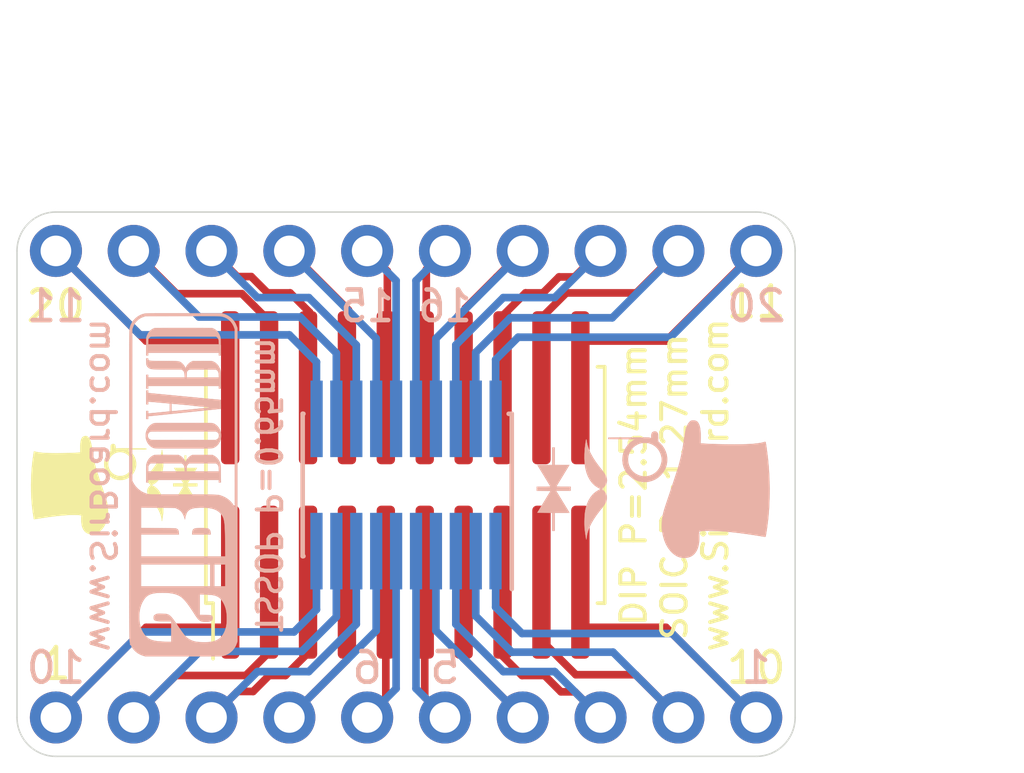
<source format=kicad_pcb>
(kicad_pcb (version 20171130) (host pcbnew "(5.1.2)-2")

  (general
    (thickness 1.6)
    (drawings 29)
    (tracks 134)
    (zones 0)
    (modules 7)
    (nets 21)
  )

  (page User 132.004 102.006)
  (title_block
    (title "SOIC20 To DIP20 Breakout Board")
    (date 2019-07-10)
    (rev 2)
    (company SirBoard)
    (comment 1 "SOIC20 P = 1.27mm")
    (comment 2 "TSSOP20 P = 0.65mm")
    (comment 3 "DIP20 = 2.54mm")
  )

  (layers
    (0 F.Cu signal)
    (31 B.Cu signal)
    (32 B.Adhes user hide)
    (33 F.Adhes user hide)
    (34 B.Paste user hide)
    (35 F.Paste user hide)
    (36 B.SilkS user)
    (37 F.SilkS user)
    (38 B.Mask user hide)
    (39 F.Mask user hide)
    (40 Dwgs.User user)
    (41 Cmts.User user hide)
    (42 Eco1.User user hide)
    (43 Eco2.User user hide)
    (44 Edge.Cuts user)
    (45 Margin user hide)
    (46 B.CrtYd user hide)
    (47 F.CrtYd user hide)
    (48 B.Fab user hide)
    (49 F.Fab user hide)
  )

  (setup
    (last_trace_width 0.25)
    (trace_clearance 0.2)
    (zone_clearance 0.508)
    (zone_45_only no)
    (trace_min 0.2)
    (via_size 0.8)
    (via_drill 0.4)
    (via_min_size 0.4)
    (via_min_drill 0.3)
    (user_via 0.6 0.3)
    (uvia_size 0.3)
    (uvia_drill 0.1)
    (uvias_allowed no)
    (uvia_min_size 0.2)
    (uvia_min_drill 0.1)
    (edge_width 0.05)
    (segment_width 0.2)
    (pcb_text_width 0.3)
    (pcb_text_size 1.5 1.5)
    (mod_edge_width 0.12)
    (mod_text_size 1 1)
    (mod_text_width 0.15)
    (pad_size 1.7 1.7)
    (pad_drill 1)
    (pad_to_mask_clearance 0)
    (solder_mask_min_width 0.1)
    (aux_axis_origin 0 0)
    (visible_elements 7FFFFFFF)
    (pcbplotparams
      (layerselection 0x010f0_ffffffff)
      (usegerberextensions false)
      (usegerberattributes false)
      (usegerberadvancedattributes false)
      (creategerberjobfile false)
      (excludeedgelayer true)
      (linewidth 0.100000)
      (plotframeref false)
      (viasonmask false)
      (mode 1)
      (useauxorigin true)
      (hpglpennumber 1)
      (hpglpenspeed 20)
      (hpglpendiameter 15.000000)
      (psnegative false)
      (psa4output false)
      (plotreference true)
      (plotvalue false)
      (plotinvisibletext false)
      (padsonsilk false)
      (subtractmaskfromsilk false)
      (outputformat 1)
      (mirror false)
      (drillshape 0)
      (scaleselection 1)
      (outputdirectory "../../Gerbers/SOIC20/"))
  )

  (net 0 "")
  (net 1 "Net-(J1-Pad10)")
  (net 2 "Net-(J1-Pad9)")
  (net 3 "Net-(J1-Pad8)")
  (net 4 "Net-(J1-Pad7)")
  (net 5 "Net-(J1-Pad6)")
  (net 6 "Net-(J1-Pad5)")
  (net 7 "Net-(J1-Pad4)")
  (net 8 "Net-(J1-Pad3)")
  (net 9 "Net-(J1-Pad2)")
  (net 10 "Net-(J1-Pad1)")
  (net 11 "Net-(J2-Pad20)")
  (net 12 "Net-(J2-Pad19)")
  (net 13 "Net-(J2-Pad18)")
  (net 14 "Net-(J2-Pad17)")
  (net 15 "Net-(J2-Pad16)")
  (net 16 "Net-(J2-Pad15)")
  (net 17 "Net-(J2-Pad14)")
  (net 18 "Net-(J2-Pad13)")
  (net 19 "Net-(J2-Pad12)")
  (net 20 "Net-(J2-Pad11)")

  (net_class Default "This is the default net class."
    (clearance 0.2)
    (trace_width 0.25)
    (via_dia 0.8)
    (via_drill 0.4)
    (uvia_dia 0.3)
    (uvia_drill 0.1)
    (add_net "Net-(J1-Pad1)")
    (add_net "Net-(J1-Pad10)")
    (add_net "Net-(J1-Pad2)")
    (add_net "Net-(J1-Pad3)")
    (add_net "Net-(J1-Pad4)")
    (add_net "Net-(J1-Pad5)")
    (add_net "Net-(J1-Pad6)")
    (add_net "Net-(J1-Pad7)")
    (add_net "Net-(J1-Pad8)")
    (add_net "Net-(J1-Pad9)")
    (add_net "Net-(J2-Pad11)")
    (add_net "Net-(J2-Pad12)")
    (add_net "Net-(J2-Pad13)")
    (add_net "Net-(J2-Pad14)")
    (add_net "Net-(J2-Pad15)")
    (add_net "Net-(J2-Pad16)")
    (add_net "Net-(J2-Pad17)")
    (add_net "Net-(J2-Pad18)")
    (add_net "Net-(J2-Pad19)")
    (add_net "Net-(J2-Pad20)")
  )

  (module logo:logo76x107 (layer B.Cu) (tedit 0) (tstamp 5D4ADD40)
    (at 72.4535 36.322 90)
    (fp_text reference G*** (at 0 0 90) (layer B.SilkS) hide
      (effects (font (size 1.524 1.524) (thickness 0.3)) (justify mirror))
    )
    (fp_text value LOGO (at 0.75 0 90) (layer B.SilkS) hide
      (effects (font (size 1.524 1.524) (thickness 0.3)) (justify mirror))
    )
    (fp_poly (pts (xy 0.353529 3.795674) (xy 0.686167 3.776491) (xy 1.01463 3.746149) (xy 1.335416 3.704682)
      (xy 1.38684 3.696855) (xy 1.446671 3.687633) (xy 1.489124 3.680721) (xy 1.516824 3.674862)
      (xy 1.532399 3.668798) (xy 1.538473 3.661273) (xy 1.537673 3.65103) (xy 1.532624 3.636813)
      (xy 1.529582 3.628546) (xy 1.513248 3.570497) (xy 1.498238 3.493021) (xy 1.484683 3.396975)
      (xy 1.472714 3.283216) (xy 1.467621 3.223207) (xy 1.462143 3.136383) (xy 1.457897 3.03208)
      (xy 1.454864 2.913104) (xy 1.453024 2.782257) (xy 1.452356 2.642343) (xy 1.452841 2.496165)
      (xy 1.454457 2.346527) (xy 1.457185 2.196232) (xy 1.461005 2.048085) (xy 1.465895 1.904887)
      (xy 1.471837 1.769444) (xy 1.478809 1.644558) (xy 1.479045 1.64084) (xy 1.484854 1.5494)
      (xy 1.667528 1.552771) (xy 1.793636 1.552331) (xy 1.90153 1.545905) (xy 1.992462 1.533341)
      (xy 2.067681 1.514487) (xy 2.107187 1.499479) (xy 2.163292 1.469247) (xy 2.20155 1.43435)
      (xy 2.224407 1.391122) (xy 2.234313 1.335902) (xy 2.2352 1.307894) (xy 2.234112 1.270466)
      (xy 2.229052 1.245099) (xy 2.21732 1.223574) (xy 2.200745 1.202926) (xy 2.166352 1.16926)
      (xy 2.123048 1.139115) (xy 2.069239 1.111986) (xy 2.003334 1.087367) (xy 1.923741 1.064753)
      (xy 1.828867 1.043637) (xy 1.71712 1.023516) (xy 1.586909 1.003883) (xy 1.56355 1.000657)
      (xy 1.361763 0.97011) (xy 1.171283 0.934691) (xy 0.983323 0.892561) (xy 0.789098 0.841878)
      (xy 0.74168 0.828552) (xy 0.707035 0.818203) (xy 0.655287 0.802068) (xy 0.588588 0.780852)
      (xy 0.509088 0.75526) (xy 0.418941 0.725999) (xy 0.320297 0.693774) (xy 0.215308 0.659291)
      (xy 0.106126 0.623255) (xy -0.005097 0.586373) (xy -0.116211 0.549349) (xy -0.225062 0.51289)
      (xy -0.3295 0.477701) (xy -0.373377 0.462844) (xy -0.47563 0.428345) (xy -0.561481 0.399875)
      (xy -0.633674 0.376652) (xy -0.694952 0.357895) (xy -0.748058 0.342821) (xy -0.795735 0.33065)
      (xy -0.840727 0.3206) (xy -0.885777 0.31189) (xy -0.92964 0.304386) (xy -0.992197 0.296351)
      (xy -1.065584 0.29037) (xy -1.143829 0.286622) (xy -1.22096 0.285286) (xy -1.291005 0.286541)
      (xy -1.347991 0.290566) (xy -1.35636 0.291593) (xy -1.522634 0.321238) (xy -1.673359 0.363764)
      (xy -1.808797 0.419292) (xy -1.929208 0.487937) (xy -2.034855 0.569818) (xy -2.087425 0.621241)
      (xy -2.155953 0.703754) (xy -2.205571 0.786568) (xy -2.237519 0.872603) (xy -2.253036 0.964781)
      (xy -2.255024 1.016) (xy -2.246587 1.117307) (xy -2.221311 1.207253) (xy -2.179247 1.285775)
      (xy -2.120445 1.352808) (xy -2.044958 1.408289) (xy -1.952836 1.452154) (xy -1.889688 1.472845)
      (xy -1.818299 1.488566) (xy -1.733982 1.500155) (xy -1.64382 1.507027) (xy -1.554894 1.508594)
      (xy -1.49178 1.505821) (xy -1.393519 1.498226) (xy -1.387686 1.527392) (xy -1.375961 1.607505)
      (xy -1.368896 1.706139) (xy -1.366392 1.822061) (xy -1.368351 1.954037) (xy -1.374674 2.100833)
      (xy -1.385263 2.261216) (xy -1.40002 2.433952) (xy -1.418844 2.617807) (xy -1.441639 2.811548)
      (xy -1.468305 3.01394) (xy -1.498744 3.223751) (xy -1.532856 3.439747) (xy -1.547567 3.527947)
      (xy -1.556794 3.583765) (xy -1.56248 3.622732) (xy -1.56479 3.647979) (xy -1.56389 3.662633)
      (xy -1.559946 3.669823) (xy -1.555221 3.672162) (xy -1.535494 3.676511) (xy -1.499411 3.683175)
      (xy -1.450721 3.69153) (xy -1.393175 3.700953) (xy -1.330522 3.710819) (xy -1.266512 3.720506)
      (xy -1.24968 3.722981) (xy -0.948712 3.760116) (xy -0.634404 3.785919) (xy -0.310259 3.800422)
      (xy 0.02022 3.803663) (xy 0.353529 3.795674)) (layer B.SilkS) (width 0.01))
    (fp_poly (pts (xy 1.017771 0.45745) (xy 1.091968 0.449206) (xy 1.120841 0.443359) (xy 1.221579 0.410454)
      (xy 1.320081 0.362037) (xy 1.410982 0.301321) (xy 1.488921 0.231514) (xy 1.505882 0.212868)
      (xy 1.5494 0.16279) (xy 1.678779 0.162675) (xy 1.732162 0.162487) (xy 1.769366 0.161526)
      (xy 1.794532 0.159037) (xy 1.811802 0.154259) (xy 1.825316 0.146436) (xy 1.839216 0.134809)
      (xy 1.841339 0.132914) (xy 1.861937 0.111686) (xy 1.871704 0.090596) (xy 1.874469 0.060385)
      (xy 1.87452 0.052701) (xy 1.868222 0.008071) (xy 1.848446 -0.024667) (xy 1.813866 -0.046434)
      (xy 1.763156 -0.058149) (xy 1.710908 -0.060903) (xy 1.659056 -0.06096) (xy 1.671182 -0.10922)
      (xy 1.673793 -0.125489) (xy 1.675943 -0.152405) (xy 1.677643 -0.191102) (xy 1.678907 -0.242716)
      (xy 1.679745 -0.308385) (xy 1.68017 -0.389243) (xy 1.680193 -0.486427) (xy 1.679828 -0.601073)
      (xy 1.679084 -0.734318) (xy 1.67856 -0.81026) (xy 1.673813 -1.46304) (xy 1.625815 -1.46304)
      (xy 1.623167 -1.02362) (xy 1.62052 -0.5842) (xy 1.588451 -0.64008) (xy 1.521783 -0.736858)
      (xy 1.442233 -0.819438) (xy 1.351916 -0.887329) (xy 1.25295 -0.940039) (xy 1.147452 -0.977078)
      (xy 1.037537 -0.997956) (xy 0.925323 -1.002181) (xy 0.812926 -0.989263) (xy 0.702465 -0.958711)
      (xy 0.596054 -0.910034) (xy 0.54864 -0.881151) (xy 0.521713 -0.860686) (xy 0.486414 -0.83022)
      (xy 0.448232 -0.794612) (xy 0.425959 -0.772533) (xy 0.350299 -0.68132) (xy 0.291689 -0.579708)
      (xy 0.250757 -0.469268) (xy 0.228131 -0.351565) (xy 0.224489 -0.284454) (xy 0.406219 -0.284454)
      (xy 0.416399 -0.378863) (xy 0.44344 -0.471968) (xy 0.488038 -0.561698) (xy 0.543813 -0.637919)
      (xy 0.61423 -0.704537) (xy 0.696991 -0.757168) (xy 0.788741 -0.794725) (xy 0.886123 -0.81612)
      (xy 0.985782 -0.820267) (xy 1.07188 -0.808966) (xy 1.171656 -0.777206) (xy 1.261805 -0.728211)
      (xy 1.340772 -0.663393) (xy 1.407008 -0.584162) (xy 1.458959 -0.491931) (xy 1.480441 -0.437467)
      (xy 1.495362 -0.375079) (xy 1.502979 -0.301982) (xy 1.503109 -0.226372) (xy 1.495571 -0.156439)
      (xy 1.48747 -0.121224) (xy 1.448875 -0.024705) (xy 1.39371 0.061975) (xy 1.324097 0.136863)
      (xy 1.242156 0.198003) (xy 1.150008 0.243442) (xy 1.064688 0.268374) (xy 1.009348 0.2786)
      (xy 0.965208 0.283096) (xy 0.923982 0.281897) (xy 0.877384 0.275038) (xy 0.84836 0.269261)
      (xy 0.748676 0.23897) (xy 0.660293 0.193417) (xy 0.583905 0.134671) (xy 0.520206 0.064805)
      (xy 0.469894 -0.014112) (xy 0.433661 -0.100007) (xy 0.412204 -0.190812) (xy 0.406219 -0.284454)
      (xy 0.224489 -0.284454) (xy 0.22352 -0.266607) (xy 0.233335 -0.150264) (xy 0.261791 -0.03859)
      (xy 0.307405 0.066555) (xy 0.368693 0.163312) (xy 0.444171 0.24982) (xy 0.532356 0.324221)
      (xy 0.631763 0.384653) (xy 0.74091 0.429257) (xy 0.789494 0.442871) (xy 0.857896 0.45427)
      (xy 0.936868 0.459134) (xy 1.017771 0.45745)) (layer B.SilkS) (width 0.01))
    (fp_poly (pts (xy 0.333199 -1.51181) (xy 0.379185 -1.524178) (xy 0.408407 -1.534791) (xy 0.439817 -1.549772)
      (xy 0.475568 -1.570561) (xy 0.517811 -1.598595) (xy 0.568697 -1.635315) (xy 0.630377 -1.682159)
      (xy 0.705004 -1.740567) (xy 0.717751 -1.750655) (xy 0.874617 -1.867749) (xy 1.025821 -1.965998)
      (xy 1.17119 -2.045315) (xy 1.310553 -2.105614) (xy 1.443739 -2.146809) (xy 1.543424 -2.165649)
      (xy 1.581034 -2.17097) (xy 1.605596 -2.175634) (xy 1.616067 -2.180123) (xy 1.611399 -2.184918)
      (xy 1.590547 -2.190501) (xy 1.552466 -2.197353) (xy 1.49611 -2.205955) (xy 1.43764 -2.214354)
      (xy 1.289097 -2.231275) (xy 1.140043 -2.240388) (xy 0.994723 -2.241718) (xy 0.857385 -2.235287)
      (xy 0.732274 -2.221119) (xy 0.670344 -2.210064) (xy 0.528801 -2.173091) (xy 0.40126 -2.12367)
      (xy 0.288424 -2.062267) (xy 0.190996 -1.98935) (xy 0.109676 -1.905386) (xy 0.045168 -1.810841)
      (xy 0.031455 -1.785021) (xy -0.006007 -1.710452) (xy -0.033613 -1.767086) (xy -0.094798 -1.869827)
      (xy -0.172193 -1.960456) (xy -0.265594 -2.038838) (xy -0.374796 -2.104839) (xy -0.499597 -2.158323)
      (xy -0.63979 -2.199158) (xy -0.712328 -2.214195) (xy -0.785239 -2.224711) (xy -0.872699 -2.232829)
      (xy -0.969055 -2.238339) (xy -1.068654 -2.24103) (xy -1.165843 -2.240692) (xy -1.254968 -2.237116)
      (xy -1.28016 -2.23531) (xy -1.317721 -2.231617) (xy -1.365172 -2.225974) (xy -1.4187 -2.218948)
      (xy -1.474492 -2.211106) (xy -1.528736 -2.203014) (xy -1.577619 -2.19524) (xy -1.617329 -2.18835)
      (xy -1.644051 -2.182911) (xy -1.653804 -2.179768) (xy -1.64605 -2.17749) (xy -1.623024 -2.17407)
      (xy -1.589689 -2.170244) (xy -1.589248 -2.170198) (xy -1.477563 -2.152355) (xy -1.363707 -2.12114)
      (xy -1.246404 -2.075905) (xy -1.124382 -2.015999) (xy -0.996364 -1.940773) (xy -0.861077 -1.849576)
      (xy -0.717246 -1.741758) (xy -0.6604 -1.696549) (xy -0.595133 -1.644807) (xy -0.541651 -1.604798)
      (xy -0.496765 -1.574518) (xy -0.457289 -1.551964) (xy -0.420035 -1.535129) (xy -0.383792 -1.522607)
      (xy -0.304253 -1.507993) (xy -0.228482 -1.513216) (xy -0.157471 -1.537986) (xy -0.092213 -1.582011)
      (xy -0.054733 -1.61924) (xy -0.007947 -1.672305) (xy 0.054446 -1.609963) (xy 0.100279 -1.568508)
      (xy 0.14271 -1.540424) (xy 0.175641 -1.52565) (xy 0.22975 -1.5095) (xy 0.279715 -1.504905)
      (xy 0.333199 -1.51181)) (layer B.SilkS) (width 0.01))
    (fp_poly (pts (xy 0.07112 -2.926926) (xy 0.071452 -2.993275) (xy 0.072386 -3.052053) (xy 0.073824 -3.100485)
      (xy 0.075669 -3.135793) (xy 0.077824 -3.1552) (xy 0.079204 -3.158066) (xy 0.089999 -3.151958)
      (xy 0.11536 -3.136911) (xy 0.15252 -3.114591) (xy 0.19871 -3.086659) (xy 0.251161 -3.054781)
      (xy 0.259544 -3.049672) (xy 0.329095 -3.007274) (xy 0.408425 -2.958912) (xy 0.489964 -2.909202)
      (xy 0.566143 -2.862759) (xy 0.60452 -2.839362) (xy 0.77724 -2.734058) (xy 0.779963 -2.972309)
      (xy 0.782687 -3.21056) (xy 1.35128 -3.21056) (xy 1.35128 -3.29184) (xy 0.782681 -3.29184)
      (xy 0.77996 -3.534586) (xy 0.77724 -3.777333) (xy 0.608664 -3.674286) (xy 0.541848 -3.63344)
      (xy 0.464773 -3.586316) (xy 0.384511 -3.537239) (xy 0.308138 -3.490536) (xy 0.26151 -3.46202)
      (xy 0.207583 -3.429205) (xy 0.159614 -3.400334) (xy 0.120266 -3.376985) (xy 0.092202 -3.360733)
      (xy 0.078083 -3.353155) (xy 0.077026 -3.3528) (xy 0.07531 -3.362476) (xy 0.07379 -3.389572)
      (xy 0.072543 -3.431188) (xy 0.071645 -3.484424) (xy 0.071173 -3.54638) (xy 0.07112 -3.57632)
      (xy 0.07112 -3.79984) (xy -0.060579 -3.79984) (xy -0.06331 -3.571375) (xy -0.06604 -3.34291)
      (xy -0.168828 -3.407208) (xy -0.210277 -3.432974) (xy -0.246249 -3.455032) (xy -0.272779 -3.470972)
      (xy -0.285668 -3.478271) (xy -0.297746 -3.485198) (xy -0.324745 -3.501336) (xy -0.364285 -3.525239)
      (xy -0.413985 -3.555464) (xy -0.471462 -3.590566) (xy -0.534337 -3.629101) (xy -0.53848 -3.631645)
      (xy -0.77724 -3.778255) (xy -0.779961 -3.535047) (xy -0.782682 -3.29184) (xy -1.3716 -3.29184)
      (xy -1.3716 -3.21056) (xy -0.78232 -3.21056) (xy -0.78232 -2.9718) (xy -0.782153 -2.904582)
      (xy -0.781682 -2.844686) (xy -0.780958 -2.794918) (xy -0.780027 -2.758082) (xy -0.778939 -2.736986)
      (xy -0.778192 -2.73304) (xy -0.768514 -2.738063) (xy -0.744799 -2.751851) (xy -0.710288 -2.772478)
      (xy -0.668226 -2.798019) (xy -0.653732 -2.806897) (xy -0.600338 -2.839613) (xy -0.5365 -2.878641)
      (xy -0.469146 -2.91975) (xy -0.405204 -2.95871) (xy -0.38608 -2.970344) (xy -0.328603 -3.005343)
      (xy -0.269096 -3.041653) (xy -0.213179 -3.075843) (xy -0.166471 -3.104479) (xy -0.14986 -3.114695)
      (xy -0.06096 -3.169456) (xy -0.06096 -2.6924) (xy 0.07112 -2.6924) (xy 0.07112 -2.926926)) (layer B.SilkS) (width 0.01))
  )

  (module logo:logo54x76 (layer F.Cu) (tedit 0) (tstamp 5D2636AD)
    (at 54.864 36.195 90)
    (fp_text reference G*** (at 0 0 90) (layer F.SilkS) hide
      (effects (font (size 1.524 1.524) (thickness 0.3)))
    )
    (fp_text value LOGO (at 0.75 0 90) (layer F.SilkS) hide
      (effects (font (size 1.524 1.524) (thickness 0.3)))
    )
    (fp_poly (pts (xy 0.252521 -2.711196) (xy 0.49012 -2.697494) (xy 0.724736 -2.675821) (xy 0.953868 -2.646201)
      (xy 0.9906 -2.64061) (xy 1.033336 -2.634024) (xy 1.06366 -2.629087) (xy 1.083446 -2.624901)
      (xy 1.09457 -2.62057) (xy 1.098909 -2.615195) (xy 1.098338 -2.607879) (xy 1.094732 -2.597724)
      (xy 1.092559 -2.591818) (xy 1.080891 -2.550355) (xy 1.07017 -2.495015) (xy 1.060488 -2.42641)
      (xy 1.051939 -2.345154) (xy 1.048301 -2.302291) (xy 1.044388 -2.240273) (xy 1.041355 -2.165772)
      (xy 1.039189 -2.080789) (xy 1.037874 -1.987326) (xy 1.037397 -1.887388) (xy 1.037744 -1.782975)
      (xy 1.038898 -1.676091) (xy 1.040847 -1.568737) (xy 1.043575 -1.462918) (xy 1.047068 -1.360634)
      (xy 1.051312 -1.263889) (xy 1.056292 -1.174685) (xy 1.056461 -1.172029) (xy 1.06061 -1.106715)
      (xy 1.191091 -1.109122) (xy 1.281168 -1.108808) (xy 1.358236 -1.104218) (xy 1.423187 -1.095243)
      (xy 1.476915 -1.081777) (xy 1.505134 -1.071056) (xy 1.545209 -1.049462) (xy 1.572536 -1.024535)
      (xy 1.588862 -0.993659) (xy 1.595938 -0.954216) (xy 1.596571 -0.93421) (xy 1.595794 -0.907476)
      (xy 1.59218 -0.889356) (xy 1.5838 -0.873981) (xy 1.571961 -0.859233) (xy 1.547394 -0.835186)
      (xy 1.516463 -0.813654) (xy 1.478028 -0.794276) (xy 1.430953 -0.776691) (xy 1.374101 -0.760538)
      (xy 1.306334 -0.745455) (xy 1.226515 -0.731083) (xy 1.133506 -0.717059) (xy 1.116822 -0.714755)
      (xy 0.972688 -0.692936) (xy 0.83663 -0.667637) (xy 0.702373 -0.637543) (xy 0.563641 -0.601342)
      (xy 0.529771 -0.591823) (xy 0.505025 -0.584431) (xy 0.468062 -0.572906) (xy 0.42042 -0.557751)
      (xy 0.363634 -0.539472) (xy 0.299243 -0.518571) (xy 0.228783 -0.495553) (xy 0.153791 -0.470922)
      (xy 0.075804 -0.445182) (xy -0.003641 -0.418838) (xy -0.083008 -0.392392) (xy -0.160759 -0.36635)
      (xy -0.235357 -0.341215) (xy -0.266698 -0.330603) (xy -0.339736 -0.305961) (xy -0.401058 -0.285625)
      (xy -0.452624 -0.269037) (xy -0.496394 -0.255639) (xy -0.534327 -0.244872) (xy -0.568382 -0.236178)
      (xy -0.600519 -0.229) (xy -0.632698 -0.222778) (xy -0.664029 -0.217419) (xy -0.708712 -0.211679)
      (xy -0.761132 -0.207407) (xy -0.817021 -0.20473) (xy -0.872115 -0.203775) (xy -0.922147 -0.204672)
      (xy -0.962851 -0.207547) (xy -0.968829 -0.208281) (xy -1.087596 -0.229456) (xy -1.195257 -0.259832)
      (xy -1.291998 -0.299494) (xy -1.378006 -0.348526) (xy -1.453468 -0.407013) (xy -1.491018 -0.443744)
      (xy -1.539967 -0.502682) (xy -1.575408 -0.561834) (xy -1.598228 -0.623288) (xy -1.609312 -0.689129)
      (xy -1.610731 -0.725715) (xy -1.604705 -0.798077) (xy -1.586651 -0.862324) (xy -1.556605 -0.918411)
      (xy -1.514604 -0.966292) (xy -1.460684 -1.005921) (xy -1.394883 -1.037253) (xy -1.349777 -1.052032)
      (xy -1.298785 -1.063261) (xy -1.238559 -1.071539) (xy -1.174157 -1.076448) (xy -1.110638 -1.077567)
      (xy -1.065557 -1.075586) (xy -0.995371 -1.070162) (xy -0.991204 -1.090994) (xy -0.982829 -1.148218)
      (xy -0.977783 -1.218671) (xy -0.975994 -1.301472) (xy -0.977393 -1.395741) (xy -0.98191 -1.500595)
      (xy -0.989474 -1.615154) (xy -1.000014 -1.738537) (xy -1.01346 -1.869862) (xy -1.029742 -2.008248)
      (xy -1.048789 -2.152815) (xy -1.070531 -2.30268) (xy -1.094897 -2.456962) (xy -1.105405 -2.519962)
      (xy -1.111996 -2.559832) (xy -1.116057 -2.587666) (xy -1.117707 -2.605699) (xy -1.117064 -2.616166)
      (xy -1.114247 -2.621302) (xy -1.110872 -2.622973) (xy -1.096781 -2.626079) (xy -1.071008 -2.630839)
      (xy -1.036229 -2.636807) (xy -0.995125 -2.643538) (xy -0.950373 -2.650585) (xy -0.904652 -2.657505)
      (xy -0.892629 -2.659272) (xy -0.677652 -2.685797) (xy -0.453146 -2.704228) (xy -0.221614 -2.714587)
      (xy 0.014443 -2.716902) (xy 0.252521 -2.711196)) (layer F.SilkS) (width 0.01))
    (fp_poly (pts (xy 0.726979 -0.32675) (xy 0.779977 -0.320861) (xy 0.800601 -0.316685) (xy 0.872557 -0.293181)
      (xy 0.942915 -0.258598) (xy 1.007844 -0.215229) (xy 1.063515 -0.165367) (xy 1.07563 -0.152049)
      (xy 1.106714 -0.116279) (xy 1.199128 -0.116197) (xy 1.237259 -0.116062) (xy 1.263833 -0.115376)
      (xy 1.281809 -0.113598) (xy 1.294144 -0.110185) (xy 1.303797 -0.104597) (xy 1.313726 -0.096292)
      (xy 1.315242 -0.094939) (xy 1.329955 -0.079776) (xy 1.336931 -0.064712) (xy 1.338907 -0.043132)
      (xy 1.338943 -0.037643) (xy 1.334444 -0.005765) (xy 1.320318 0.01762) (xy 1.295618 0.033167)
      (xy 1.259397 0.041535) (xy 1.222077 0.043502) (xy 1.18504 0.043543) (xy 1.193701 0.078014)
      (xy 1.195566 0.089635) (xy 1.197102 0.10886) (xy 1.198317 0.136501) (xy 1.199219 0.173369)
      (xy 1.199818 0.220275) (xy 1.200121 0.278031) (xy 1.200138 0.347448) (xy 1.199877 0.429338)
      (xy 1.199346 0.524513) (xy 1.198972 0.578757) (xy 1.195581 1.045028) (xy 1.161297 1.045028)
      (xy 1.159405 0.731157) (xy 1.157514 0.417285) (xy 1.134608 0.4572) (xy 1.086988 0.526327)
      (xy 1.030166 0.585313) (xy 0.965655 0.633806) (xy 0.894965 0.671456) (xy 0.819608 0.697913)
      (xy 0.741098 0.712826) (xy 0.660945 0.715843) (xy 0.580662 0.706616) (xy 0.50176 0.684793)
      (xy 0.425753 0.650024) (xy 0.391885 0.629393) (xy 0.372652 0.614776) (xy 0.347439 0.593014)
      (xy 0.320166 0.56758) (xy 0.304257 0.551809) (xy 0.250214 0.486657) (xy 0.208349 0.414077)
      (xy 0.179112 0.335191) (xy 0.162951 0.251118) (xy 0.160349 0.203181) (xy 0.290156 0.203181)
      (xy 0.297428 0.270616) (xy 0.316743 0.33712) (xy 0.348598 0.401213) (xy 0.388438 0.455657)
      (xy 0.438736 0.503241) (xy 0.497851 0.540834) (xy 0.563386 0.56766) (xy 0.632945 0.582943)
      (xy 0.70413 0.585905) (xy 0.765628 0.577833) (xy 0.836897 0.555147) (xy 0.901289 0.520151)
      (xy 0.957695 0.473852) (xy 1.005005 0.417259) (xy 1.042113 0.351379) (xy 1.057458 0.312476)
      (xy 1.068116 0.267913) (xy 1.073556 0.215702) (xy 1.073649 0.161694) (xy 1.068265 0.111742)
      (xy 1.062479 0.086588) (xy 1.034911 0.017647) (xy 0.995507 -0.044268) (xy 0.945783 -0.097759)
      (xy 0.887254 -0.141431) (xy 0.821434 -0.173887) (xy 0.760491 -0.191696) (xy 0.720963 -0.199)
      (xy 0.689434 -0.202212) (xy 0.659987 -0.201355) (xy 0.626703 -0.196455) (xy 0.605971 -0.19233)
      (xy 0.534769 -0.170693) (xy 0.471638 -0.138155) (xy 0.417075 -0.096194) (xy 0.371576 -0.046289)
      (xy 0.335638 0.01008) (xy 0.309758 0.071434) (xy 0.294432 0.136294) (xy 0.290156 0.203181)
      (xy 0.160349 0.203181) (xy 0.159657 0.190434) (xy 0.166668 0.107332) (xy 0.186994 0.027565)
      (xy 0.219575 -0.047539) (xy 0.263352 -0.116651) (xy 0.317265 -0.178443) (xy 0.380254 -0.231586)
      (xy 0.451259 -0.274752) (xy 0.529221 -0.306612) (xy 0.563924 -0.316336) (xy 0.612783 -0.324478)
      (xy 0.669191 -0.327953) (xy 0.726979 -0.32675)) (layer F.SilkS) (width 0.01))
    (fp_poly (pts (xy 0.237999 1.079864) (xy 0.270846 1.088698) (xy 0.291719 1.096279) (xy 0.314155 1.10698)
      (xy 0.339692 1.121829) (xy 0.369865 1.141854) (xy 0.406212 1.168082) (xy 0.45027 1.201542)
      (xy 0.503575 1.243262) (xy 0.512679 1.250468) (xy 0.624727 1.334106) (xy 0.732729 1.404284)
      (xy 0.836564 1.460939) (xy 0.936109 1.50401) (xy 1.031242 1.533435) (xy 1.102446 1.546892)
      (xy 1.12931 1.550693) (xy 1.146855 1.554024) (xy 1.154333 1.55723) (xy 1.150999 1.560655)
      (xy 1.136105 1.564643) (xy 1.108904 1.569538) (xy 1.06865 1.575682) (xy 1.026885 1.581681)
      (xy 0.920784 1.593768) (xy 0.814316 1.600277) (xy 0.710517 1.601227) (xy 0.612418 1.596633)
      (xy 0.523053 1.586513) (xy 0.478817 1.578617) (xy 0.377715 1.552208) (xy 0.286614 1.516907)
      (xy 0.206017 1.473048) (xy 0.136426 1.420964) (xy 0.07834 1.36099) (xy 0.032263 1.293458)
      (xy 0.022468 1.275015) (xy -0.00429 1.221751) (xy -0.024009 1.262204) (xy -0.067713 1.335591)
      (xy -0.122995 1.400326) (xy -0.18971 1.456313) (xy -0.267712 1.503456) (xy -0.356855 1.54166)
      (xy -0.456993 1.570827) (xy -0.508806 1.581568) (xy -0.560885 1.58908) (xy -0.623357 1.594878)
      (xy -0.692182 1.598813) (xy -0.763324 1.600736) (xy -0.832745 1.600495) (xy -0.896406 1.59794)
      (xy -0.9144 1.59665) (xy -0.94123 1.594012) (xy -0.975123 1.589981) (xy -1.013357 1.584963)
      (xy -1.053209 1.579361) (xy -1.091955 1.573581) (xy -1.126871 1.568028) (xy -1.155235 1.563107)
      (xy -1.174322 1.559222) (xy -1.181288 1.556977) (xy -1.17575 1.55535) (xy -1.159303 1.552907)
      (xy -1.135492 1.550174) (xy -1.135177 1.550142) (xy -1.055402 1.537396) (xy -0.974076 1.5151)
      (xy -0.890289 1.482789) (xy -0.80313 1.44) (xy -0.711689 1.386266) (xy -0.615055 1.321126)
      (xy -0.512319 1.244113) (xy -0.471715 1.211821) (xy -0.425095 1.174862) (xy -0.386893 1.146284)
      (xy -0.354832 1.124656) (xy -0.326635 1.108545) (xy -0.300025 1.096521) (xy -0.274137 1.087577)
      (xy -0.217324 1.077138) (xy -0.163201 1.080869) (xy -0.112479 1.098562) (xy -0.065866 1.130008)
      (xy -0.039095 1.1566) (xy -0.005677 1.194504) (xy 0.03889 1.149974) (xy 0.071628 1.120363)
      (xy 0.101936 1.100303) (xy 0.125458 1.08975) (xy 0.164107 1.078214) (xy 0.199796 1.074932)
      (xy 0.237999 1.079864)) (layer F.SilkS) (width 0.01))
    (fp_poly (pts (xy 0.0508 2.090662) (xy 0.051037 2.138054) (xy 0.051705 2.180038) (xy 0.052732 2.214632)
      (xy 0.054049 2.239852) (xy 0.055588 2.253714) (xy 0.056574 2.255762) (xy 0.064285 2.251399)
      (xy 0.0824 2.240651) (xy 0.108943 2.224708) (xy 0.141935 2.204757) (xy 0.1794 2.181987)
      (xy 0.185389 2.178337) (xy 0.235068 2.148053) (xy 0.291732 2.113508) (xy 0.349975 2.078001)
      (xy 0.404388 2.044828) (xy 0.4318 2.028116) (xy 0.555171 1.952899) (xy 0.557117 2.123078)
      (xy 0.559062 2.293257) (xy 0.9652 2.293257) (xy 0.9652 2.351314) (xy 0.559058 2.351314)
      (xy 0.557114 2.524705) (xy 0.555171 2.698095) (xy 0.43476 2.62449) (xy 0.387035 2.595314)
      (xy 0.33198 2.561654) (xy 0.274651 2.526599) (xy 0.220099 2.49324) (xy 0.186793 2.472871)
      (xy 0.148273 2.449432) (xy 0.11401 2.42881) (xy 0.085904 2.412132) (xy 0.065858 2.400524)
      (xy 0.055774 2.395111) (xy 0.055018 2.394857) (xy 0.053793 2.401769) (xy 0.052707 2.421123)
      (xy 0.051816 2.450849) (xy 0.051175 2.488874) (xy 0.050838 2.533128) (xy 0.0508 2.554514)
      (xy 0.0508 2.714171) (xy -0.043271 2.714171) (xy -0.045221 2.550982) (xy -0.047172 2.387793)
      (xy -0.120591 2.43372) (xy -0.150198 2.452124) (xy -0.175892 2.46788) (xy -0.194842 2.479265)
      (xy -0.204048 2.484479) (xy -0.212676 2.489427) (xy -0.231961 2.500954) (xy -0.260204 2.518028)
      (xy -0.295703 2.539617) (xy -0.336759 2.56469) (xy -0.381669 2.592215) (xy -0.384629 2.594032)
      (xy -0.555172 2.698753) (xy -0.557115 2.525034) (xy -0.559058 2.351314) (xy -0.979715 2.351314)
      (xy -0.979715 2.293257) (xy -0.5588 2.293257) (xy -0.5588 2.122714) (xy -0.558681 2.074701)
      (xy -0.558345 2.031919) (xy -0.557827 1.99637) (xy -0.557162 1.970059) (xy -0.556385 1.95499)
      (xy -0.555851 1.952171) (xy -0.548939 1.955759) (xy -0.531999 1.965608) (xy -0.507349 1.980341)
      (xy -0.477304 1.998585) (xy -0.466951 2.004927) (xy -0.428813 2.028295) (xy -0.383214 2.056172)
      (xy -0.335105 2.085536) (xy -0.289431 2.113364) (xy -0.275772 2.121674) (xy -0.234716 2.146673)
      (xy -0.192212 2.17261) (xy -0.152271 2.197031) (xy -0.118908 2.217485) (xy -0.107043 2.224782)
      (xy -0.043543 2.263897) (xy -0.043543 1.923143) (xy 0.0508 1.923143) (xy 0.0508 2.090662)) (layer F.SilkS) (width 0.01))
  )

  (module Package_SO:SSOP-20_4.4x6.5mm_P0.65mm (layer B.Cu) (tedit 5D49F7CB) (tstamp 5D39A01B)
    (at 64.389 36.195 90)
    (descr "SSOP20: plastic shrink small outline package; 20 leads; body width 4.4 mm; (see NXP SSOP-TSSOP-VSO-REFLOW.pdf and sot266-1_po.pdf)")
    (tags "SSOP 0.65")
    (path /5D25E8E3)
    (attr smd)
    (fp_text reference J4 (at -0.127 0 90) (layer B.SilkS) hide
      (effects (font (size 1 1) (thickness 0.15)) (justify mirror))
    )
    (fp_text value Conn_02x10_Counter_Clockwise (at 0 -4.3 90) (layer B.Fab)
      (effects (font (size 1 1) (thickness 0.15)) (justify mirror))
    )
    (fp_text user %R (at 0 0 90) (layer B.Fab) hide
      (effects (font (size 0.8 0.8) (thickness 0.15)) (justify mirror))
    )
    (fp_line (start -2.325 -3.375) (end 2.325 -3.375) (layer B.SilkS) (width 0.15))
    (fp_line (start -3.4 3.45) (end 2.325 3.45) (layer B.SilkS) (width 0.15))
    (fp_line (start -2.325 -3.375) (end -2.325 -3.35) (layer B.SilkS) (width 0.15))
    (fp_line (start 2.325 -3.375) (end 2.325 -3.35) (layer B.SilkS) (width 0.15))
    (fp_line (start 2.325 3.45) (end 2.325 3.35) (layer B.SilkS) (width 0.15))
    (fp_line (start -3.65 -3.55) (end 3.65 -3.55) (layer B.CrtYd) (width 0.05))
    (fp_line (start -3.65 3.55) (end 3.65 3.55) (layer B.CrtYd) (width 0.05))
    (fp_line (start 3.65 3.55) (end 3.65 -3.55) (layer B.CrtYd) (width 0.05))
    (fp_line (start -3.65 3.55) (end -3.65 -3.55) (layer B.CrtYd) (width 0.05))
    (fp_line (start -2.2 2.25) (end -1.2 3.25) (layer B.Fab) (width 0.15))
    (fp_line (start -2.2 -3.25) (end -2.2 2.25) (layer B.Fab) (width 0.15))
    (fp_line (start 2.2 -3.25) (end -2.2 -3.25) (layer B.Fab) (width 0.15))
    (fp_line (start 2.2 3.25) (end 2.2 -3.25) (layer B.Fab) (width 0.15))
    (fp_line (start -1.2 3.25) (end 2.2 3.25) (layer B.Fab) (width 0.15))
    (pad 1 smd rect (at -2.159 2.921 90) (size 2.5 0.4) (layers B.Cu B.Paste B.Mask)
      (net 1 "Net-(J1-Pad10)"))
    (pad 2 smd rect (at -2.1607 2.275 90) (size 2.5 0.4) (layers B.Cu B.Paste B.Mask)
      (net 2 "Net-(J1-Pad9)"))
    (pad 3 smd rect (at -2.1607 1.625 90) (size 2.5 0.4) (layers B.Cu B.Paste B.Mask)
      (net 3 "Net-(J1-Pad8)"))
    (pad 4 smd rect (at -2.1607 0.975 90) (size 2.5 0.4) (layers B.Cu B.Paste B.Mask)
      (net 4 "Net-(J1-Pad7)"))
    (pad 5 smd rect (at -2.1607 0.325 90) (size 2.5 0.4) (layers B.Cu B.Paste B.Mask)
      (net 5 "Net-(J1-Pad6)"))
    (pad 6 smd rect (at -2.1607 -0.325 90) (size 2.5 0.4) (layers B.Cu B.Paste B.Mask)
      (net 6 "Net-(J1-Pad5)"))
    (pad 7 smd rect (at -2.1607 -0.975 90) (size 2.5 0.4) (layers B.Cu B.Paste B.Mask)
      (net 7 "Net-(J1-Pad4)"))
    (pad 8 smd rect (at -2.1607 -1.625 90) (size 2.5 0.4) (layers B.Cu B.Paste B.Mask)
      (net 8 "Net-(J1-Pad3)"))
    (pad 9 smd rect (at -2.1607 -2.275 90) (size 2.5 0.4) (layers B.Cu B.Paste B.Mask)
      (net 9 "Net-(J1-Pad2)"))
    (pad 10 smd rect (at -2.1607 -2.925 90) (size 2.5 0.4) (layers B.Cu B.Paste B.Mask)
      (net 10 "Net-(J1-Pad1)"))
    (pad 11 smd rect (at 2.159 -2.921 270) (size 2.5 0.4) (layers B.Cu B.Paste B.Mask)
      (net 11 "Net-(J2-Pad20)"))
    (pad 13 smd rect (at 2.1607 -1.625 270) (size 2.5 0.4) (layers B.Cu B.Paste B.Mask)
      (net 13 "Net-(J2-Pad18)"))
    (pad 12 smd rect (at 2.1607 -2.275 270) (size 2.5 0.4) (layers B.Cu B.Paste B.Mask)
      (net 12 "Net-(J2-Pad19)"))
    (pad 14 smd rect (at 2.1607 -0.975 270) (size 2.5 0.4) (layers B.Cu B.Paste B.Mask)
      (net 14 "Net-(J2-Pad17)"))
    (pad 15 smd rect (at 2.1607 -0.325 270) (size 2.5 0.4) (layers B.Cu B.Paste B.Mask)
      (net 15 "Net-(J2-Pad16)"))
    (pad 16 smd rect (at 2.1607 0.325 270) (size 2.5 0.4) (layers B.Cu B.Paste B.Mask)
      (net 16 "Net-(J2-Pad15)"))
    (pad 17 smd rect (at 2.1607 0.975 270) (size 2.5 0.4) (layers B.Cu B.Paste B.Mask)
      (net 17 "Net-(J2-Pad14)"))
    (pad 18 smd rect (at 2.1607 1.625 270) (size 2.5 0.4) (layers B.Cu B.Paste B.Mask)
      (net 18 "Net-(J2-Pad13)"))
    (pad 19 smd rect (at 2.1607 2.275 270) (size 2.5 0.4) (layers B.Cu B.Paste B.Mask)
      (net 19 "Net-(J2-Pad12)"))
    (pad 20 smd rect (at 2.1607 2.925 270) (size 2.5 0.4) (layers B.Cu B.Paste B.Mask)
      (net 20 "Net-(J2-Pad11)"))
    (model ${KISYS3DMOD}/Package_SO.3dshapes/SSOP-20_4.4x6.5mm_P0.65mm.wrl
      (at (xyz 0 0 0))
      (scale (xyz 1 1 1))
      (rotate (xyz 0 0 0))
    )
  )

  (module Package_SO:SOIC-20W_7.5x12.8mm_P1.27mm (layer F.Cu) (tedit 5D49F63A) (tstamp 5D25A7C5)
    (at 64.3636 36.195 90)
    (descr "SOIC, 20 Pin (JEDEC MS-013AC, https://www.analog.com/media/en/package-pcb-resources/package/233848rw_20.pdf), generated with kicad-footprint-generator ipc_gullwing_generator.py")
    (tags "SOIC SO")
    (path /5D25A016)
    (attr smd)
    (fp_text reference J2 (at 0 -7.35 90) (layer F.SilkS) hide
      (effects (font (size 1 1) (thickness 0.15)))
    )
    (fp_text value Conn_02x10_Counter_Clockwise (at 0 7.35 90) (layer F.Fab)
      (effects (font (size 1 1) (thickness 0.15)))
    )
    (fp_text user %R (at 0 0 90) (layer F.Fab)
      (effects (font (size 1 1) (thickness 0.15)))
    )
    (fp_line (start 5.93 -6.65) (end -5.93 -6.65) (layer F.CrtYd) (width 0.05))
    (fp_line (start 5.93 6.65) (end 5.93 -6.65) (layer F.CrtYd) (width 0.05))
    (fp_line (start -5.93 6.65) (end 5.93 6.65) (layer F.CrtYd) (width 0.05))
    (fp_line (start -5.93 -6.65) (end -5.93 6.65) (layer F.CrtYd) (width 0.05))
    (fp_line (start -3.75 -5.4) (end -2.75 -6.4) (layer F.Fab) (width 0.1))
    (fp_line (start -3.75 6.4) (end -3.75 -5.4) (layer F.Fab) (width 0.1))
    (fp_line (start 3.75 6.4) (end -3.75 6.4) (layer F.Fab) (width 0.1))
    (fp_line (start 3.75 -6.4) (end 3.75 6.4) (layer F.Fab) (width 0.1))
    (fp_line (start -2.75 -6.4) (end 3.75 -6.4) (layer F.Fab) (width 0.1))
    (fp_line (start -3.86 -6.275) (end -5.675 -6.275) (layer F.SilkS) (width 0.12))
    (fp_line (start -3.86 -6.51) (end -3.86 -6.275) (layer F.SilkS) (width 0.12))
    (fp_line (start 0 -6.51) (end -3.86 -6.51) (layer F.SilkS) (width 0.12))
    (fp_line (start 3.86 -6.51) (end 3.86 -6.275) (layer F.SilkS) (width 0.12))
    (fp_line (start 0 -6.51) (end 3.86 -6.51) (layer F.SilkS) (width 0.12))
    (fp_line (start -3.86 6.51) (end -3.86 6.275) (layer F.SilkS) (width 0.12))
    (fp_line (start 0 6.51) (end -3.86 6.51) (layer F.SilkS) (width 0.12))
    (fp_line (start 3.86 6.51) (end 3.86 6.275) (layer F.SilkS) (width 0.12))
    (fp_line (start 0 6.51) (end 3.86 6.51) (layer F.SilkS) (width 0.12))
    (pad 1 smd roundrect (at -3.175 -5.715 90) (size 5 0.6) (layers F.Cu F.Paste F.Mask) (roundrect_rratio 0.25)
      (net 10 "Net-(J1-Pad1)"))
    (pad 2 smd roundrect (at -3.175 -4.445 90) (size 5 0.6) (layers F.Cu F.Paste F.Mask) (roundrect_rratio 0.25)
      (net 9 "Net-(J1-Pad2)"))
    (pad 20 smd roundrect (at 3.175 -5.715 90) (size 5 0.6) (layers F.Cu F.Paste F.Mask) (roundrect_rratio 0.25)
      (net 11 "Net-(J2-Pad20)"))
    (pad 19 smd roundrect (at 3.175 -4.445 90) (size 5 0.6) (layers F.Cu F.Paste F.Mask) (roundrect_rratio 0.25)
      (net 12 "Net-(J2-Pad19)"))
    (pad 18 smd roundrect (at 3.175 -3.175 90) (size 5 0.6) (layers F.Cu F.Paste F.Mask) (roundrect_rratio 0.25)
      (net 13 "Net-(J2-Pad18)"))
    (pad 17 smd roundrect (at 3.175 -1.905 90) (size 5 0.6) (layers F.Cu F.Paste F.Mask) (roundrect_rratio 0.25)
      (net 14 "Net-(J2-Pad17)"))
    (pad 16 smd roundrect (at 3.175 -0.635 90) (size 5 0.6) (layers F.Cu F.Paste F.Mask) (roundrect_rratio 0.25)
      (net 15 "Net-(J2-Pad16)"))
    (pad 15 smd roundrect (at 3.175 0.635 90) (size 5 0.6) (layers F.Cu F.Paste F.Mask) (roundrect_rratio 0.25)
      (net 16 "Net-(J2-Pad15)"))
    (pad 14 smd roundrect (at 3.175 1.905 90) (size 5 0.6) (layers F.Cu F.Paste F.Mask) (roundrect_rratio 0.25)
      (net 17 "Net-(J2-Pad14)"))
    (pad 3 smd roundrect (at -3.175 -3.175 90) (size 5 0.6) (layers F.Cu F.Paste F.Mask) (roundrect_rratio 0.25)
      (net 8 "Net-(J1-Pad3)"))
    (pad 4 smd roundrect (at -3.175 -1.905 90) (size 5 0.6) (layers F.Cu F.Paste F.Mask) (roundrect_rratio 0.25)
      (net 7 "Net-(J1-Pad4)"))
    (pad 5 smd roundrect (at -3.175 -0.635 90) (size 5 0.6) (layers F.Cu F.Paste F.Mask) (roundrect_rratio 0.25)
      (net 6 "Net-(J1-Pad5)"))
    (pad 6 smd roundrect (at -3.175 0.635 90) (size 5 0.6) (layers F.Cu F.Paste F.Mask) (roundrect_rratio 0.25)
      (net 5 "Net-(J1-Pad6)"))
    (pad 7 smd roundrect (at -3.175 1.905 90) (size 5 0.6) (layers F.Cu F.Paste F.Mask) (roundrect_rratio 0.25)
      (net 4 "Net-(J1-Pad7)"))
    (pad 8 smd roundrect (at -3.175 3.175 90) (size 5 0.6) (layers F.Cu F.Paste F.Mask) (roundrect_rratio 0.25)
      (net 3 "Net-(J1-Pad8)"))
    (pad 9 smd roundrect (at -3.175 4.445 90) (size 5 0.6) (layers F.Cu F.Paste F.Mask) (roundrect_rratio 0.25)
      (net 2 "Net-(J1-Pad9)"))
    (pad 10 smd roundrect (at -3.175 5.715 90) (size 5 0.6) (layers F.Cu F.Paste F.Mask) (roundrect_rratio 0.25)
      (net 1 "Net-(J1-Pad10)"))
    (pad 13 smd roundrect (at 3.175 3.175 90) (size 5 0.6) (layers F.Cu F.Paste F.Mask) (roundrect_rratio 0.25)
      (net 18 "Net-(J2-Pad13)"))
    (pad 12 smd roundrect (at 3.175 4.445 90) (size 5 0.6) (layers F.Cu F.Paste F.Mask) (roundrect_rratio 0.25)
      (net 19 "Net-(J2-Pad12)"))
    (pad 11 smd roundrect (at 3.175 5.715 90) (size 5 0.6) (layers F.Cu F.Paste F.Mask) (roundrect_rratio 0.25)
      (net 20 "Net-(J2-Pad11)"))
    (model ${KISYS3DMOD}/Package_SO.3dshapes/SOIC-20W_7.5x12.8mm_P1.27mm.wrl
      (at (xyz 0 0 0))
      (scale (xyz 1 1 1))
      (rotate (xyz 0 0 0))
    )
  )

  (module Connector_PinHeader_2.54mm:PinHeader_1x10_P2.54mm_Vertical (layer B.Cu) (tedit 5D3995C2) (tstamp 5D25A838)
    (at 75.819 28.5496 90)
    (descr "Through hole straight pin header, 1x10, 2.54mm pitch, single row")
    (tags "Through hole pin header THT 1x10 2.54mm single row")
    (path /5D259BCE)
    (fp_text reference J5 (at 0 2.33 90) (layer B.SilkS) hide
      (effects (font (size 1 1) (thickness 0.15)) (justify mirror))
    )
    (fp_text value Conn_01x10 (at 0 -25.19 90) (layer B.Fab)
      (effects (font (size 1 1) (thickness 0.15)) (justify mirror))
    )
    (fp_text user %R (at 0 -11.43 -180) (layer B.Fab)
      (effects (font (size 1 1) (thickness 0.15)) (justify mirror))
    )
    (fp_line (start 1.8 1.8) (end -1.8 1.8) (layer B.CrtYd) (width 0.05))
    (fp_line (start 1.8 -24.65) (end 1.8 1.8) (layer B.CrtYd) (width 0.05))
    (fp_line (start -1.8 -24.65) (end 1.8 -24.65) (layer B.CrtYd) (width 0.05))
    (fp_line (start -1.8 1.8) (end -1.8 -24.65) (layer B.CrtYd) (width 0.05))
    (fp_line (start -1.27 0.635) (end -0.635 1.27) (layer B.Fab) (width 0.1))
    (fp_line (start -1.27 -24.13) (end -1.27 0.635) (layer B.Fab) (width 0.1))
    (fp_line (start 1.27 -24.13) (end -1.27 -24.13) (layer B.Fab) (width 0.1))
    (fp_line (start 1.27 1.27) (end 1.27 -24.13) (layer B.Fab) (width 0.1))
    (fp_line (start -0.635 1.27) (end 1.27 1.27) (layer B.Fab) (width 0.1))
    (pad 10 thru_hole oval (at 0 -22.86 90) (size 1.7 1.7) (drill 1) (layers *.Cu *.Mask)
      (net 11 "Net-(J2-Pad20)"))
    (pad 9 thru_hole oval (at 0 -20.32 90) (size 1.7 1.7) (drill 1) (layers *.Cu *.Mask)
      (net 12 "Net-(J2-Pad19)"))
    (pad 8 thru_hole oval (at 0 -17.78 90) (size 1.7 1.7) (drill 1) (layers *.Cu *.Mask)
      (net 13 "Net-(J2-Pad18)"))
    (pad 7 thru_hole oval (at 0 -15.24 90) (size 1.7 1.7) (drill 1) (layers *.Cu *.Mask)
      (net 14 "Net-(J2-Pad17)"))
    (pad 6 thru_hole oval (at 0 -12.7 90) (size 1.7 1.7) (drill 1) (layers *.Cu *.Mask)
      (net 15 "Net-(J2-Pad16)"))
    (pad 5 thru_hole oval (at 0 -10.16 90) (size 1.7 1.7) (drill 1) (layers *.Cu *.Mask)
      (net 16 "Net-(J2-Pad15)"))
    (pad 4 thru_hole oval (at 0 -7.62 90) (size 1.7 1.7) (drill 1) (layers *.Cu *.Mask)
      (net 17 "Net-(J2-Pad14)"))
    (pad 3 thru_hole oval (at 0 -5.08 90) (size 1.7 1.7) (drill 1) (layers *.Cu *.Mask)
      (net 18 "Net-(J2-Pad13)"))
    (pad 2 thru_hole oval (at 0 -2.54 90) (size 1.7 1.7) (drill 1) (layers *.Cu *.Mask)
      (net 19 "Net-(J2-Pad12)"))
    (pad 1 thru_hole circle (at 0 0 90) (size 1.7 1.7) (drill 1) (layers *.Cu *.Mask)
      (net 20 "Net-(J2-Pad11)"))
    (model ${KISYS3DMOD}/Connector_PinHeader_2.54mm.3dshapes/PinHeader_1x10_P2.54mm_Vertical.wrl
      (at (xyz 0 0 0))
      (scale (xyz 1 1 1))
      (rotate (xyz 0 0 0))
    )
  )

  (module Connector_PinHeader_2.54mm:PinHeader_1x10_P2.54mm_Vertical (layer B.Cu) (tedit 5D3995B1) (tstamp 5D25A79A)
    (at 52.959 43.7896 270)
    (descr "Through hole straight pin header, 1x10, 2.54mm pitch, single row")
    (tags "Through hole pin header THT 1x10 2.54mm single row")
    (path /5D25B9B9)
    (fp_text reference J1 (at 0 2.33 270) (layer B.SilkS) hide
      (effects (font (size 1 1) (thickness 0.15)) (justify mirror))
    )
    (fp_text value Conn_01x10 (at 0 -25.19 270) (layer B.Fab)
      (effects (font (size 1 1) (thickness 0.15)) (justify mirror))
    )
    (fp_text user %R (at 0 -11.43) (layer B.Fab)
      (effects (font (size 1 1) (thickness 0.15)) (justify mirror))
    )
    (fp_line (start 1.8 1.8) (end -1.8 1.8) (layer B.CrtYd) (width 0.05))
    (fp_line (start 1.8 -24.65) (end 1.8 1.8) (layer B.CrtYd) (width 0.05))
    (fp_line (start -1.8 -24.65) (end 1.8 -24.65) (layer B.CrtYd) (width 0.05))
    (fp_line (start -1.8 1.8) (end -1.8 -24.65) (layer B.CrtYd) (width 0.05))
    (fp_line (start -1.27 0.635) (end -0.635 1.27) (layer B.Fab) (width 0.1))
    (fp_line (start -1.27 -24.13) (end -1.27 0.635) (layer B.Fab) (width 0.1))
    (fp_line (start 1.27 -24.13) (end -1.27 -24.13) (layer B.Fab) (width 0.1))
    (fp_line (start 1.27 1.27) (end 1.27 -24.13) (layer B.Fab) (width 0.1))
    (fp_line (start -0.635 1.27) (end 1.27 1.27) (layer B.Fab) (width 0.1))
    (pad 10 thru_hole oval (at 0 -22.86 270) (size 1.7 1.7) (drill 1) (layers *.Cu *.Mask)
      (net 1 "Net-(J1-Pad10)"))
    (pad 9 thru_hole oval (at 0 -20.32 270) (size 1.7 1.7) (drill 1) (layers *.Cu *.Mask)
      (net 2 "Net-(J1-Pad9)"))
    (pad 8 thru_hole oval (at 0 -17.78 270) (size 1.7 1.7) (drill 1) (layers *.Cu *.Mask)
      (net 3 "Net-(J1-Pad8)"))
    (pad 7 thru_hole oval (at 0 -15.24 270) (size 1.7 1.7) (drill 1) (layers *.Cu *.Mask)
      (net 4 "Net-(J1-Pad7)"))
    (pad 6 thru_hole oval (at 0 -12.7 270) (size 1.7 1.7) (drill 1) (layers *.Cu *.Mask)
      (net 5 "Net-(J1-Pad6)"))
    (pad 5 thru_hole oval (at 0 -10.16 270) (size 1.7 1.7) (drill 1) (layers *.Cu *.Mask)
      (net 6 "Net-(J1-Pad5)"))
    (pad 4 thru_hole oval (at 0 -7.62 270) (size 1.7 1.7) (drill 1) (layers *.Cu *.Mask)
      (net 7 "Net-(J1-Pad4)"))
    (pad 3 thru_hole oval (at 0 -5.08 270) (size 1.7 1.7) (drill 1) (layers *.Cu *.Mask)
      (net 8 "Net-(J1-Pad3)"))
    (pad 2 thru_hole oval (at 0 -2.54 270) (size 1.7 1.7) (drill 1) (layers *.Cu *.Mask)
      (net 9 "Net-(J1-Pad2)"))
    (pad 1 thru_hole circle (at 0 0 270) (size 1.7 1.7) (drill 1) (layers *.Cu *.Mask)
      (net 10 "Net-(J1-Pad1)"))
    (model ${KISYS3DMOD}/Connector_PinHeader_2.54mm.3dshapes/PinHeader_1x10_P2.54mm_Vertical.wrl
      (at (xyz 0 0 0))
      (scale (xyz 1 1 1))
      (rotate (xyz 0 0 0))
    )
  )

  (module logo:SirBoard112x35 (layer B.Cu) (tedit 0) (tstamp 5D2683EC)
    (at 57.1246 36.195 90)
    (fp_text reference G*** (at 0 0 90) (layer B.SilkS) hide
      (effects (font (size 1.524 1.524) (thickness 0.3)) (justify mirror))
    )
    (fp_text value LOGO (at 0.75 0 90) (layer B.SilkS) hide
      (effects (font (size 1.524 1.524) (thickness 0.3)) (justify mirror))
    )
    (fp_poly (pts (xy -1.525562 0.880297) (xy -1.481591 0.865137) (xy -1.447984 0.839985) (xy -1.424896 0.804933)
      (xy -1.418358 0.787232) (xy -1.414957 0.768138) (xy -1.412171 0.737274) (xy -1.410021 0.697373)
      (xy -1.40853 0.651164) (xy -1.407719 0.601382) (xy -1.40761 0.550757) (xy -1.408223 0.502022)
      (xy -1.409582 0.457909) (xy -1.411708 0.421149) (xy -1.414622 0.394475) (xy -1.415212 0.391062)
      (xy -1.426948 0.351789) (xy -1.446379 0.322478) (xy -1.474912 0.302106) (xy -1.513953 0.28965)
      (xy -1.5621 0.284216) (xy -1.618343 0.281492) (xy -1.618343 0.885371) (xy -1.579746 0.885371)
      (xy -1.525562 0.880297)) (layer B.SilkS) (width 0.01))
    (fp_poly (pts (xy 4.512129 1.217193) (xy 4.587168 1.216128) (xy 4.649164 1.215004) (xy 4.699587 1.213752)
      (xy 4.739908 1.2123) (xy 4.771597 1.21058) (xy 4.796124 1.20852) (xy 4.81496 1.20605)
      (xy 4.829577 1.2031) (xy 4.834539 1.201779) (xy 4.907443 1.174745) (xy 4.972611 1.138092)
      (xy 5.028665 1.093018) (xy 5.074225 1.040722) (xy 5.107913 0.982402) (xy 5.118723 0.954836)
      (xy 5.120497 0.948681) (xy 5.122089 0.94077) (xy 5.123511 0.930338) (xy 5.12477 0.916621)
      (xy 5.125877 0.898853) (xy 5.126842 0.876272) (xy 5.127673 0.848113) (xy 5.128381 0.813611)
      (xy 5.128976 0.772002) (xy 5.129467 0.722523) (xy 5.129863 0.664408) (xy 5.130174 0.596893)
      (xy 5.13041 0.519215) (xy 5.13058 0.430608) (xy 5.130695 0.33031) (xy 5.130763 0.217554)
      (xy 5.130795 0.091578) (xy 5.1308 -0.003785) (xy 5.130794 -0.138578) (xy 5.13077 -0.259633)
      (xy 5.130716 -0.367727) (xy 5.130621 -0.463635) (xy 5.130473 -0.548136) (xy 5.130261 -0.622005)
      (xy 5.129973 -0.686019) (xy 5.129599 -0.740955) (xy 5.129127 -0.787588) (xy 5.128546 -0.826696)
      (xy 5.127844 -0.859055) (xy 5.12701 -0.885442) (xy 5.126032 -0.906632) (xy 5.1249 -0.923404)
      (xy 5.123601 -0.936532) (xy 5.122125 -0.946794) (xy 5.120461 -0.954966) (xy 5.118596 -0.961825)
      (xy 5.116719 -0.96757) (xy 5.089587 -1.024997) (xy 5.050105 -1.078057) (xy 5.000177 -1.125126)
      (xy 4.941705 -1.164583) (xy 4.876593 -1.194805) (xy 4.834912 -1.207886) (xy 4.820998 -1.210891)
      (xy 4.803749 -1.213336) (xy 4.781662 -1.215274) (xy 4.753237 -1.216756) (xy 4.716973 -1.217836)
      (xy 4.671368 -1.218565) (xy 4.614922 -1.218997) (xy 4.546133 -1.219183) (xy 4.511081 -1.2192)
      (xy 4.230914 -1.2192) (xy 4.230914 -1.15507) (xy 4.593771 -1.15507) (xy 4.683838 -1.152664)
      (xy 4.72157 -1.151516) (xy 4.747917 -1.150017) (xy 4.766008 -1.147515) (xy 4.778967 -1.14336)
      (xy 4.789924 -1.136903) (xy 4.801003 -1.128304) (xy 4.820959 -1.108979) (xy 4.837889 -1.087374)
      (xy 4.841631 -1.081133) (xy 4.843481 -1.077291) (xy 4.845152 -1.072531) (xy 4.846651 -1.066144)
      (xy 4.847987 -1.05742) (xy 4.849167 -1.045649) (xy 4.850199 -1.030122) (xy 4.85109 -1.01013)
      (xy 4.851847 -0.984962) (xy 4.852479 -0.953911) (xy 4.852993 -0.916265) (xy 4.853397 -0.871316)
      (xy 4.853698 -0.818354) (xy 4.853904 -0.75667) (xy 4.854023 -0.685554) (xy 4.854062 -0.604296)
      (xy 4.854028 -0.512188) (xy 4.85393 -0.408519) (xy 4.853775 -0.292581) (xy 4.853571 -0.163664)
      (xy 4.853325 -0.021058) (xy 4.853281 0.003628) (xy 4.8514 1.063171) (xy 4.83086 1.09002)
      (xy 4.807114 1.114832) (xy 4.778037 1.132601) (xy 4.741103 1.144299) (xy 4.693784 1.1509)
      (xy 4.668735 1.152454) (xy 4.593771 1.155788) (xy 4.593771 -1.15507) (xy 4.230914 -1.15507)
      (xy 4.230914 -1.153886) (xy 4.318 -1.153886) (xy 4.318 1.153885) (xy 4.230914 1.153885)
      (xy 4.230914 1.220826) (xy 4.512129 1.217193)) (layer B.SilkS) (width 0.01))
    (fp_poly (pts (xy 3.430814 1.217193) (xy 3.505854 1.216128) (xy 3.56785 1.215004) (xy 3.618273 1.213752)
      (xy 3.658594 1.2123) (xy 3.690282 1.21058) (xy 3.71481 1.20852) (xy 3.733646 1.20605)
      (xy 3.748263 1.2031) (xy 3.753225 1.201779) (xy 3.826235 1.174716) (xy 3.891421 1.138058)
      (xy 3.947434 1.092982) (xy 3.992924 1.040666) (xy 4.026542 0.98229) (xy 4.037836 0.953162)
      (xy 4.040869 0.94273) (xy 4.043342 0.930607) (xy 4.045298 0.915361) (xy 4.046777 0.89556)
      (xy 4.047823 0.869772) (xy 4.048476 0.836565) (xy 4.048779 0.794506) (xy 4.048774 0.742164)
      (xy 4.048503 0.678106) (xy 4.048035 0.604819) (xy 4.045857 0.293914) (xy 4.022319 0.245805)
      (xy 3.993743 0.200382) (xy 3.954739 0.156779) (xy 3.909252 0.11882) (xy 3.862369 0.090864)
      (xy 3.839869 0.079511) (xy 3.823704 0.070078) (xy 3.817265 0.064553) (xy 3.817257 0.064458)
      (xy 3.823334 0.058891) (xy 3.838048 0.052233) (xy 3.838943 0.051917) (xy 3.874004 0.035129)
      (xy 3.912415 0.009319) (xy 3.949979 -0.022138) (xy 3.982501 -0.055863) (xy 3.998135 -0.0762)
      (xy 4.007455 -0.089691) (xy 4.015474 -0.101647) (xy 4.022299 -0.113219) (xy 4.028035 -0.125559)
      (xy 4.032789 -0.139817) (xy 4.036665 -0.157145) (xy 4.03977 -0.178693) (xy 4.042209 -0.205615)
      (xy 4.044088 -0.239059) (xy 4.045514 -0.280179) (xy 4.046591 -0.330124) (xy 4.047426 -0.390047)
      (xy 4.048124 -0.461098) (xy 4.048792 -0.544429) (xy 4.049486 -0.635) (xy 4.050242 -0.730678)
      (xy 4.050954 -0.812918) (xy 4.051699 -0.882797) (xy 4.052551 -0.94139) (xy 4.053585 -0.989774)
      (xy 4.054877 -1.029023) (xy 4.056502 -1.060216) (xy 4.058536 -1.084427) (xy 4.061053 -1.102733)
      (xy 4.06413 -1.11621) (xy 4.06784 -1.125934) (xy 4.072261 -1.13298) (xy 4.077466 -1.138426)
      (xy 4.083531 -1.143346) (xy 4.085142 -1.144584) (xy 4.101021 -1.151411) (xy 4.116614 -1.153655)
      (xy 4.128813 -1.1549) (xy 4.134651 -1.160871) (xy 4.136455 -1.17548) (xy 4.136571 -1.187224)
      (xy 4.136571 -1.220561) (xy 4.033157 -1.217579) (xy 3.989456 -1.215991) (xy 3.957234 -1.213861)
      (xy 3.933455 -1.21078) (xy 3.915084 -1.206339) (xy 3.899085 -1.200126) (xy 3.897086 -1.199197)
      (xy 3.855555 -1.173032) (xy 3.823431 -1.137693) (xy 3.800158 -1.092246) (xy 3.785182 -1.035754)
      (xy 3.780621 -1.002985) (xy 3.779409 -0.98421) (xy 3.778264 -0.952428) (xy 3.777207 -0.909147)
      (xy 3.776257 -0.855875) (xy 3.775435 -0.794121) (xy 3.774762 -0.725391) (xy 3.774259 -0.651194)
      (xy 3.773945 -0.573037) (xy 3.773843 -0.503978) (xy 3.773714 -0.068156) (xy 3.752766 -0.035124)
      (xy 3.731914 -0.008638) (xy 3.706346 0.0106) (xy 3.673594 0.023635) (xy 3.631192 0.031511)
      (xy 3.587421 0.034854) (xy 3.512457 0.038188) (xy 3.512457 -1.153886) (xy 3.599543 -1.153886)
      (xy 3.599543 -1.2192) (xy 3.1496 -1.2192) (xy 3.1496 -1.153886) (xy 3.236686 -1.153886)
      (xy 3.236686 0.100416) (xy 3.512457 0.100416) (xy 3.602524 0.102822) (xy 3.640256 0.10397)
      (xy 3.666603 0.105469) (xy 3.684693 0.107971) (xy 3.697653 0.112126) (xy 3.708609 0.118583)
      (xy 3.719689 0.127182) (xy 3.730675 0.135901) (xy 3.740076 0.143671) (xy 3.748009 0.15163)
      (xy 3.754592 0.160921) (xy 3.759945 0.172684) (xy 3.764185 0.18806) (xy 3.767431 0.20819)
      (xy 3.769802 0.234214) (xy 3.771415 0.267274) (xy 3.772389 0.30851) (xy 3.772843 0.359063)
      (xy 3.772895 0.420075) (xy 3.772664 0.492685) (xy 3.772267 0.578034) (xy 3.772019 0.631371)
      (xy 3.770086 1.063171) (xy 3.749546 1.09002) (xy 3.725799 1.114832) (xy 3.696723 1.132601)
      (xy 3.659789 1.144299) (xy 3.61247 1.1509) (xy 3.587421 1.152454) (xy 3.512457 1.155788)
      (xy 3.512457 0.100416) (xy 3.236686 0.100416) (xy 3.236686 1.153885) (xy 3.1496 1.153885)
      (xy 3.1496 1.220826) (xy 3.430814 1.217193)) (layer B.SilkS) (width 0.01))
    (fp_poly (pts (xy 2.577941 1.21992) (xy 2.616453 1.219519) (xy 2.656135 1.218798) (xy 2.694339 1.217805)
      (xy 2.728419 1.216587) (xy 2.755728 1.215192) (xy 2.773619 1.213666) (xy 2.779486 1.21218)
      (xy 2.780161 1.203823) (xy 2.782126 1.181953) (xy 2.785294 1.147507) (xy 2.789574 1.10142)
      (xy 2.794879 1.044627) (xy 2.801119 0.978066) (xy 2.808206 0.902672) (xy 2.81605 0.81938)
      (xy 2.824563 0.729128) (xy 2.833655 0.63285) (xy 2.843239 0.531482) (xy 2.853226 0.425961)
      (xy 2.863525 0.317222) (xy 2.874049 0.206202) (xy 2.884709 0.093835) (xy 2.895416 -0.018941)
      (xy 2.906081 -0.131191) (xy 2.916615 -0.241979) (xy 2.926929 -0.35037) (xy 2.936935 -0.455426)
      (xy 2.946543 -0.556213) (xy 2.955665 -0.651794) (xy 2.964212 -0.741234) (xy 2.972095 -0.823597)
      (xy 2.979226 -0.897946) (xy 2.985515 -0.963346) (xy 2.990873 -1.01886) (xy 2.995212 -1.063554)
      (xy 2.998444 -1.096491) (xy 3.000478 -1.116734) (xy 3.001167 -1.123043) (xy 3.005346 -1.153886)
      (xy 3.084286 -1.153886) (xy 3.084286 -1.2192) (xy 2.634343 -1.2192) (xy 2.634343 -1.153886)
      (xy 2.677886 -1.153886) (xy 2.701989 -1.153585) (xy 2.714998 -1.151575) (xy 2.720336 -1.146199)
      (xy 2.721421 -1.135799) (xy 2.721429 -1.132777) (xy 2.72078 -1.121257) (xy 2.718924 -1.096878)
      (xy 2.715999 -1.061233) (xy 2.712141 -1.015916) (xy 2.707487 -0.962518) (xy 2.702174 -0.902634)
      (xy 2.696338 -0.837857) (xy 2.6924 -0.794657) (xy 2.686317 -0.727916) (xy 2.680666 -0.665328)
      (xy 2.675584 -0.608438) (xy 2.671206 -0.558796) (xy 2.667668 -0.517946) (xy 2.665106 -0.487438)
      (xy 2.663654 -0.468816) (xy 2.663371 -0.463795) (xy 2.662614 -0.458866) (xy 2.659031 -0.455267)
      (xy 2.650658 -0.452792) (xy 2.635529 -0.451229) (xy 2.61168 -0.450373) (xy 2.577145 -0.450014)
      (xy 2.532743 -0.449943) (xy 2.491014 -0.45018) (xy 2.4548 -0.450836) (xy 2.426392 -0.451835)
      (xy 2.408078 -0.453096) (xy 2.402114 -0.454435) (xy 2.40142 -0.46236) (xy 2.399434 -0.48327)
      (xy 2.396297 -0.515709) (xy 2.392152 -0.558221) (xy 2.387142 -0.609347) (xy 2.381409 -0.667631)
      (xy 2.375095 -0.731616) (xy 2.369457 -0.788596) (xy 2.362737 -0.856818) (xy 2.356483 -0.921045)
      (xy 2.350839 -0.979743) (xy 2.34595 -1.031375) (xy 2.34196 -1.074405) (xy 2.339014 -1.107299)
      (xy 2.337255 -1.128521) (xy 2.3368 -1.136075) (xy 2.337881 -1.14628) (xy 2.34349 -1.151593)
      (xy 2.357174 -1.153599) (xy 2.376714 -1.153886) (xy 2.416629 -1.153886) (xy 2.416629 -1.2192)
      (xy 2.155371 -1.2192) (xy 2.155371 -1.154579) (xy 2.200463 -1.152418) (xy 2.245554 -1.150257)
      (xy 2.324519 -0.379186) (xy 2.409167 -0.379186) (xy 2.41034 -0.383817) (xy 2.415017 -0.387169)
      (xy 2.425194 -0.389446) (xy 2.442868 -0.390851) (xy 2.470035 -0.391588) (xy 2.508691 -0.391861)
      (xy 2.533742 -0.391886) (xy 2.658113 -0.391886) (xy 2.653901 -0.353786) (xy 2.65238 -0.338493)
      (xy 2.649766 -0.310463) (xy 2.646212 -0.271418) (xy 2.641873 -0.223081) (xy 2.636903 -0.167176)
      (xy 2.631456 -0.105425) (xy 2.625688 -0.039551) (xy 2.622558 -0.003629) (xy 2.616742 0.062144)
      (xy 2.611139 0.123366) (xy 2.605901 0.17854) (xy 2.601179 0.22617) (xy 2.597122 0.264759)
      (xy 2.593883 0.29281) (xy 2.591611 0.308825) (xy 2.590752 0.312057) (xy 2.58912 0.31985)
      (xy 2.586447 0.340538) (xy 2.582894 0.372553) (xy 2.578619 0.414325) (xy 2.573782 0.464285)
      (xy 2.568541 0.520863) (xy 2.563056 0.582491) (xy 2.561491 0.600528) (xy 2.555987 0.663119)
      (xy 2.550707 0.720952) (xy 2.545807 0.772486) (xy 2.541441 0.816176) (xy 2.537765 0.850481)
      (xy 2.534935 0.873857) (xy 2.533106 0.884762) (xy 2.532783 0.885371) (xy 2.531636 0.878357)
      (xy 2.529242 0.858153) (xy 2.525725 0.826022) (xy 2.521207 0.783224) (xy 2.515813 0.73102)
      (xy 2.509666 0.67067) (xy 2.502888 0.603436) (xy 2.495603 0.530578) (xy 2.487934 0.453357)
      (xy 2.480005 0.373034) (xy 2.471938 0.29087) (xy 2.463858 0.208125) (xy 2.455886 0.126061)
      (xy 2.448147 0.045938) (xy 2.440764 -0.030983) (xy 2.43386 -0.10344) (xy 2.427558 -0.170175)
      (xy 2.421982 -0.229924) (xy 2.417254 -0.281428) (xy 2.413498 -0.323426) (xy 2.410837 -0.354657)
      (xy 2.409395 -0.37386) (xy 2.409167 -0.379186) (xy 2.324519 -0.379186) (xy 2.366697 0.032657)
      (xy 2.379966 0.162193) (xy 2.392836 0.287785) (xy 2.405231 0.408677) (xy 2.417072 0.52411)
      (xy 2.428281 0.63333) (xy 2.438781 0.735579) (xy 2.448493 0.8301) (xy 2.457341 0.916138)
      (xy 2.465246 0.992934) (xy 2.47213 1.059734) (xy 2.477915 1.115779) (xy 2.482525 1.160314)
      (xy 2.48588 1.192582) (xy 2.487903 1.211826) (xy 2.48852 1.217385) (xy 2.495887 1.218735)
      (xy 2.515011 1.219576) (xy 2.543245 1.219955) (xy 2.577941 1.21992)) (layer B.SilkS) (width 0.01))
    (fp_poly (pts (xy 0.361043 1.217193) (xy 0.43385 1.216219) (xy 0.493755 1.215243) (xy 0.542371 1.214177)
      (xy 0.581308 1.212935) (xy 0.612181 1.211431) (xy 0.6366 1.209577) (xy 0.656179 1.207287)
      (xy 0.672528 1.204474) (xy 0.687261 1.201052) (xy 0.69379 1.19929) (xy 0.765952 1.172679)
      (xy 0.830815 1.135681) (xy 0.88672 1.089579) (xy 0.93201 1.035656) (xy 0.95488 0.997201)
      (xy 0.983343 0.941114) (xy 0.983343 0.293914) (xy 0.959805 0.245805) (xy 0.931229 0.200382)
      (xy 0.892225 0.156779) (xy 0.846738 0.11882) (xy 0.799854 0.090864) (xy 0.777386 0.079671)
      (xy 0.761246 0.070632) (xy 0.754812 0.065645) (xy 0.754804 0.065563) (xy 0.760769 0.060565)
      (xy 0.776481 0.050898) (xy 0.798763 0.038498) (xy 0.802921 0.036285) (xy 0.857587 0.000984)
      (xy 0.905439 -0.042591) (xy 0.94349 -0.091449) (xy 0.959773 -0.120776) (xy 0.983343 -0.170543)
      (xy 0.985408 -0.547102) (xy 0.985832 -0.631973) (xy 0.986078 -0.7036) (xy 0.986115 -0.76325)
      (xy 0.985912 -0.812191) (xy 0.985438 -0.851693) (xy 0.984663 -0.883023) (xy 0.983556 -0.90745)
      (xy 0.982087 -0.926242) (xy 0.980226 -0.940667) (xy 0.977941 -0.951995) (xy 0.975443 -0.960759)
      (xy 0.948888 -1.019843) (xy 0.90991 -1.074162) (xy 0.860222 -1.122232) (xy 0.801539 -1.162569)
      (xy 0.735575 -1.193687) (xy 0.689533 -1.208287) (xy 0.67573 -1.211191) (xy 0.657961 -1.213557)
      (xy 0.634779 -1.215435) (xy 0.604736 -1.216872) (xy 0.566387 -1.217919) (xy 0.518284 -1.218622)
      (xy 0.45898 -1.21903) (xy 0.387029 -1.219192) (xy 0.363624 -1.2192) (xy 0.079829 -1.2192)
      (xy 0.079829 -1.153886) (xy 0.166914 -1.153886) (xy 0.442686 -1.153886) (xy 0.523852 -1.153886)
      (xy 0.562559 -1.153408) (xy 0.590445 -1.151649) (xy 0.611181 -1.14812) (xy 0.628439 -1.142334)
      (xy 0.635755 -1.139006) (xy 0.660177 -1.123253) (xy 0.682565 -1.102655) (xy 0.687031 -1.097278)
      (xy 0.707571 -1.070429) (xy 0.707571 -0.060626) (xy 0.688093 -0.031192) (xy 0.667207 -0.00615)
      (xy 0.641034 0.012102) (xy 0.607231 0.02449) (xy 0.563454 0.031944) (xy 0.521105 0.034919)
      (xy 0.442686 0.03815) (xy 0.442686 -1.153886) (xy 0.166914 -1.153886) (xy 0.166914 0.1016)
      (xy 0.442686 0.1016) (xy 0.523852 0.1016) (xy 0.562559 0.102078) (xy 0.590445 0.103837)
      (xy 0.611181 0.107365) (xy 0.628439 0.113152) (xy 0.635755 0.116479) (xy 0.660177 0.132232)
      (xy 0.682565 0.152831) (xy 0.687031 0.158208) (xy 0.707571 0.185057) (xy 0.707571 1.056974)
      (xy 0.688093 1.086408) (xy 0.667207 1.11145) (xy 0.641034 1.129702) (xy 0.607231 1.14209)
      (xy 0.563454 1.149544) (xy 0.521105 1.152519) (xy 0.442686 1.15575) (xy 0.442686 0.1016)
      (xy 0.166914 0.1016) (xy 0.166914 1.153885) (xy 0.079829 1.153885) (xy 0.079829 1.220724)
      (xy 0.361043 1.217193)) (layer B.SilkS) (width 0.01))
    (fp_poly (pts (xy 1.65475 1.225374) (xy 1.709175 1.218756) (xy 1.735944 1.212555) (xy 1.804872 1.18674)
      (xy 1.867504 1.151205) (xy 1.92206 1.10749) (xy 1.966761 1.057133) (xy 1.99983 1.001675)
      (xy 2.010662 0.974827) (xy 2.012703 0.968536) (xy 2.014537 0.961639) (xy 2.016174 0.953366)
      (xy 2.017627 0.942948) (xy 2.018906 0.929613) (xy 2.020021 0.912593) (xy 2.020985 0.891117)
      (xy 2.021808 0.864416) (xy 2.022502 0.83172) (xy 2.023077 0.792258) (xy 2.023544 0.745261)
      (xy 2.023915 0.689959) (xy 2.024201 0.625582) (xy 2.024412 0.55136) (xy 2.02456 0.466524)
      (xy 2.024656 0.370303) (xy 2.024711 0.261927) (xy 2.024737 0.140627) (xy 2.024743 0.005632)
      (xy 2.024743 -0.003629) (xy 2.024737 -0.13954) (xy 2.024714 -0.261706) (xy 2.024661 -0.370898)
      (xy 2.024568 -0.467885) (xy 2.024424 -0.553438) (xy 2.024217 -0.628326) (xy 2.023936 -0.693319)
      (xy 2.023571 -0.749187) (xy 2.02311 -0.7967) (xy 2.022543 -0.836628) (xy 2.021857 -0.86974)
      (xy 2.021043 -0.896808) (xy 2.020088 -0.918599) (xy 2.018983 -0.935885) (xy 2.017715 -0.949436)
      (xy 2.016274 -0.96002) (xy 2.014649 -0.968409) (xy 2.012828 -0.975372) (xy 2.010801 -0.981679)
      (xy 2.010662 -0.982084) (xy 1.98353 -1.039511) (xy 1.944048 -1.092571) (xy 1.89412 -1.139641)
      (xy 1.835648 -1.179098) (xy 1.770536 -1.209319) (xy 1.728855 -1.2224) (xy 1.689662 -1.229317)
      (xy 1.642082 -1.232841) (xy 1.591181 -1.233028) (xy 1.542024 -1.229934) (xy 1.499676 -1.223615)
      (xy 1.484086 -1.219702) (xy 1.413537 -1.193355) (xy 1.352924 -1.158697) (xy 1.299178 -1.113869)
      (xy 1.284283 -1.098534) (xy 1.252249 -1.060677) (xy 1.229064 -1.024125) (xy 1.211054 -0.982851)
      (xy 1.207393 -0.972457) (xy 1.205413 -0.966175) (xy 1.203634 -0.95906) (xy 1.202046 -0.950339)
      (xy 1.200639 -0.939241) (xy 1.199402 -0.924992) (xy 1.198322 -0.906821) (xy 1.197391 -0.883955)
      (xy 1.196597 -0.855622) (xy 1.195929 -0.821049) (xy 1.195376 -0.779464) (xy 1.194927 -0.730096)
      (xy 1.194573 -0.67217) (xy 1.194301 -0.604915) (xy 1.194101 -0.52756) (xy 1.193962 -0.43933)
      (xy 1.193873 -0.339454) (xy 1.193853 -0.292252) (xy 1.467265 -0.292252) (xy 1.467275 -0.428578)
      (xy 1.467413 -0.551933) (xy 1.467679 -0.662144) (xy 1.468073 -0.75904) (xy 1.468593 -0.842449)
      (xy 1.469237 -0.912199) (xy 1.470007 -0.96812) (xy 1.4709 -1.010038) (xy 1.471915 -1.037782)
      (xy 1.473028 -1.05105) (xy 1.480657 -1.078544) (xy 1.491854 -1.104054) (xy 1.498214 -1.114111)
      (xy 1.528546 -1.142646) (xy 1.565945 -1.160584) (xy 1.607059 -1.167434) (xy 1.648536 -1.162703)
      (xy 1.687025 -1.1459) (xy 1.692015 -1.142534) (xy 1.713059 -1.124355) (xy 1.730736 -1.103611)
      (xy 1.735521 -1.095942) (xy 1.737358 -1.092061) (xy 1.73902 -1.087196) (xy 1.740516 -1.080638)
      (xy 1.741854 -1.071678) (xy 1.743043 -1.059609) (xy 1.744092 -1.043723) (xy 1.74501 -1.023311)
      (xy 1.745805 -0.997665) (xy 1.746487 -0.966078) (xy 1.747063 -0.927841) (xy 1.747543 -0.882246)
      (xy 1.747935 -0.828585) (xy 1.748249 -0.76615) (xy 1.748492 -0.694233) (xy 1.748674 -0.612125)
      (xy 1.748804 -0.519118) (xy 1.74889 -0.414506) (xy 1.74894 -0.297578) (xy 1.748965 -0.167627)
      (xy 1.748971 -0.023946) (xy 1.748971 1.05496) (xy 1.733578 1.086759) (xy 1.71024 1.121258)
      (xy 1.678898 1.144096) (xy 1.638767 1.155726) (xy 1.611086 1.157514) (xy 1.566099 1.15247)
      (xy 1.530334 1.136747) (xy 1.502302 1.109458) (xy 1.486779 1.083607) (xy 1.469571 1.048657)
      (xy 1.467635 0.018628) (xy 1.467385 -0.143126) (xy 1.467265 -0.292252) (xy 1.193853 -0.292252)
      (xy 1.193824 -0.22716) (xy 1.193803 -0.101676) (xy 1.1938 -0.003629) (xy 1.193806 0.131692)
      (xy 1.193832 0.25327) (xy 1.193889 0.36188) (xy 1.193988 0.458294) (xy 1.19414 0.543283)
      (xy 1.194356 0.617622) (xy 1.194646 0.682082) (xy 1.195022 0.737436) (xy 1.195496 0.784457)
      (xy 1.196076 0.823918) (xy 1.196776 0.856591) (xy 1.197605 0.883248) (xy 1.198575 0.904663)
      (xy 1.199697 0.921607) (xy 1.200982 0.934855) (xy 1.20244 0.945177) (xy 1.204083 0.953347)
      (xy 1.205922 0.960138) (xy 1.207576 0.9652) (xy 1.236632 1.02764) (xy 1.277925 1.084046)
      (xy 1.329966 1.133104) (xy 1.391267 1.173501) (xy 1.460339 1.203924) (xy 1.487766 1.212445)
      (xy 1.538307 1.222216) (xy 1.595881 1.226527) (xy 1.65475 1.225374)) (layer B.SilkS) (width 0.01))
    (fp_poly (pts (xy 5.177971 1.74004) (xy 5.267255 1.702178) (xy 5.348157 1.652743) (xy 5.419973 1.592476)
      (xy 5.482 1.52212) (xy 5.533534 1.442418) (xy 5.573872 1.354112) (xy 5.590245 1.304848)
      (xy 5.605752 1.251857) (xy 5.607961 0.029028) (xy 5.608245 -0.149716) (xy 5.608421 -0.314153)
      (xy 5.608491 -0.46449) (xy 5.608452 -0.600934) (xy 5.608305 -0.723691) (xy 5.608047 -0.83297)
      (xy 5.607679 -0.928975) (xy 5.607199 -1.011915) (xy 5.606606 -1.081996) (xy 5.605899 -1.139425)
      (xy 5.605079 -1.184409) (xy 5.604142 -1.217155) (xy 5.60309 -1.23787) (xy 5.602404 -1.2446)
      (xy 5.581368 -1.334731) (xy 5.546753 -1.420426) (xy 5.499104 -1.500593) (xy 5.438966 -1.574138)
      (xy 5.437067 -1.576135) (xy 5.367737 -1.639813) (xy 5.293674 -1.690182) (xy 5.21337 -1.72808)
      (xy 5.125322 -1.75435) (xy 5.113127 -1.756975) (xy 5.108625 -1.757848) (xy 5.103554 -1.758683)
      (xy 5.097591 -1.759481) (xy 5.090416 -1.760241) (xy 5.081706 -1.760966) (xy 5.071139 -1.761656)
      (xy 5.058395 -1.762311) (xy 5.04315 -1.762934) (xy 5.025084 -1.763523) (xy 5.003875 -1.764081)
      (xy 4.9792 -1.764608) (xy 4.950738 -1.765105) (xy 4.918168 -1.765572) (xy 4.881166 -1.766011)
      (xy 4.839413 -1.766423) (xy 4.792585 -1.766807) (xy 4.740362 -1.767166) (xy 4.682421 -1.767499)
      (xy 4.61844 -1.767808) (xy 4.548099 -1.768093) (xy 4.471074 -1.768356) (xy 4.387045 -1.768597)
      (xy 4.295689 -1.768816) (xy 4.196685 -1.769016) (xy 4.089711 -1.769196) (xy 3.974445 -1.769357)
      (xy 3.850565 -1.7695) (xy 3.71775 -1.769627) (xy 3.575678 -1.769737) (xy 3.424027 -1.769832)
      (xy 3.262476 -1.769913) (xy 3.090702 -1.769979) (xy 2.908384 -1.770033) (xy 2.715199 -1.770075)
      (xy 2.510828 -1.770105) (xy 2.294946 -1.770125) (xy 2.067233 -1.770136) (xy 1.827367 -1.770138)
      (xy 1.575027 -1.770131) (xy 1.30989 -1.770118) (xy 1.031634 -1.770098) (xy 0.739938 -1.770073)
      (xy 0.43448 -1.770043) (xy 0.114939 -1.770009) (xy 0.003629 -1.769996) (xy -0.326004 -1.769957)
      (xy -0.641426 -1.769912) (xy -0.942942 -1.769862) (xy -1.230855 -1.769805) (xy -1.50547 -1.769741)
      (xy -1.76709 -1.769669) (xy -2.016021 -1.769589) (xy -2.252564 -1.769499) (xy -2.477025 -1.7694)
      (xy -2.689708 -1.769291) (xy -2.890915 -1.769171) (xy -3.080953 -1.769039) (xy -3.260123 -1.768895)
      (xy -3.428731 -1.768738) (xy -3.58708 -1.768567) (xy -3.735475 -1.768383) (xy -3.874218 -1.768183)
      (xy -4.003615 -1.767968) (xy -4.123969 -1.767737) (xy -4.235584 -1.767489) (xy -4.338764 -1.767224)
      (xy -4.433814 -1.766941) (xy -4.521036 -1.766639) (xy -4.600735 -1.766318) (xy -4.673216 -1.765977)
      (xy -4.738781 -1.765615) (xy -4.797735 -1.765232) (xy -4.850382 -1.764828) (xy -4.897026 -1.7644)
      (xy -4.937971 -1.76395) (xy -4.97352 -1.763476) (xy -5.003978 -1.762977) (xy -5.029649 -1.762454)
      (xy -5.050837 -1.761904) (xy -5.067845 -1.761328) (xy -5.080978 -1.760726) (xy -5.09054 -1.760095)
      (xy -5.096834 -1.759437) (xy -5.098143 -1.759231) (xy -5.127782 -1.753492) (xy -5.153624 -1.747552)
      (xy -5.170877 -1.742532) (xy -5.17287 -1.74174) (xy -5.188437 -1.735919) (xy -5.195718 -1.735061)
      (xy -5.192359 -1.739263) (xy -5.189726 -1.741024) (xy -5.187107 -1.745314) (xy -5.198261 -1.746394)
      (xy -5.201926 -1.746251) (xy -5.219497 -1.743732) (xy -5.229865 -1.739412) (xy -5.229521 -1.736655)
      (xy -5.223842 -1.738197) (xy -5.211751 -1.738783) (xy -5.207932 -1.735965) (xy -5.211394 -1.729428)
      (xy -5.224908 -1.720484) (xy -5.234412 -1.715911) (xy -5.312515 -1.674217) (xy -5.383882 -1.620536)
      (xy -5.44732 -1.556297) (xy -5.501639 -1.482926) (xy -5.545646 -1.401851) (xy -5.57815 -1.314499)
      (xy -5.582473 -1.299029) (xy -5.598886 -1.237343) (xy -5.598886 -0.003629) (xy -5.598879 0.153766)
      (xy -5.598855 0.297317) (xy -5.598806 0.427691) (xy -5.598726 0.545558) (xy -5.598623 0.638847)
      (xy -5.136498 0.638847) (xy -5.13582 0.60848) (xy -5.13256 0.529203) (xy -5.127048 0.461558)
      (xy -5.118713 0.402759) (xy -5.106986 0.350021) (xy -5.091297 0.300559) (xy -5.071077 0.251589)
      (xy -5.056682 0.221582) (xy -5.039451 0.188752) (xy -5.021651 0.158731) (xy -5.002156 0.1305)
      (xy -4.979839 0.103039) (xy -4.953574 0.075329) (xy -4.922234 0.046352) (xy -4.884692 0.015087)
      (xy -4.839821 -0.019485) (xy -4.786495 -0.058382) (xy -4.723587 -0.102624) (xy -4.64997 -0.15323)
      (xy -4.619171 -0.174193) (xy -4.53918 -0.22866) (xy -4.470375 -0.276136) (xy -4.411896 -0.317728)
      (xy -4.362883 -0.354539) (xy -4.322475 -0.387676) (xy -4.289813 -0.418243) (xy -4.264035 -0.447346)
      (xy -4.244282 -0.476089) (xy -4.229693 -0.505579) (xy -4.219407 -0.53692) (xy -4.212565 -0.571217)
      (xy -4.208306 -0.609576) (xy -4.20577 -0.653102) (xy -4.204096 -0.7029) (xy -4.203963 -0.707572)
      (xy -4.202746 -0.755159) (xy -4.202307 -0.790969) (xy -4.202827 -0.817726) (xy -4.204491 -0.838154)
      (xy -4.207482 -0.854979) (xy -4.211981 -0.870925) (xy -4.215654 -0.881693) (xy -4.229149 -0.911764)
      (xy -4.246115 -0.938677) (xy -4.25528 -0.949409) (xy -4.272072 -0.964004) (xy -4.289174 -0.972114)
      (xy -4.312725 -0.976281) (xy -4.322338 -0.977174) (xy -4.364386 -0.975688) (xy -4.397234 -0.963256)
      (xy -4.421589 -0.939543) (xy -4.429433 -0.926182) (xy -4.437063 -0.902357) (xy -4.443385 -0.864118)
      (xy -4.448395 -0.811505) (xy -4.452091 -0.744559) (xy -4.45447 -0.663319) (xy -4.455529 -0.567828)
      (xy -4.455572 -0.553357) (xy -4.455886 -0.399143) (xy -5.123543 -0.399143) (xy -5.123382 -0.462643)
      (xy -5.122698 -0.512634) (xy -5.120992 -0.569283) (xy -5.118437 -0.629655) (xy -5.115208 -0.690818)
      (xy -5.111476 -0.749837) (xy -5.107416 -0.803778) (xy -5.1032 -0.849709) (xy -5.099002 -0.884694)
      (xy -5.098115 -0.890529) (xy -5.082693 -0.970309) (xy -5.063431 -1.038328) (xy -5.039207 -1.097086)
      (xy -5.0089 -1.149078) (xy -4.971388 -1.196803) (xy -4.95076 -1.218661) (xy -4.882974 -1.278713)
      (xy -4.808217 -1.328926) (xy -4.725096 -1.369979) (xy -4.632216 -1.402551) (xy -4.528184 -1.427318)
      (xy -4.517571 -1.429307) (xy -4.471409 -1.435669) (xy -4.41495 -1.44018) (xy -4.352297 -1.442792)
      (xy -4.287555 -1.443456) (xy -4.224829 -1.442126) (xy -4.168222 -1.438752) (xy -4.125686 -1.433896)
      (xy -4.018095 -1.412533) (xy -3.920668 -1.382655) (xy -3.831245 -1.343415) (xy -3.747667 -1.293966)
      (xy -3.720694 -1.275039) (xy -3.674163 -1.236802) (xy -3.634667 -1.194509) (xy -3.601788 -1.146914)
      (xy -3.575105 -1.092772) (xy -3.5542 -1.030837) (xy -3.538653 -0.959863) (xy -3.528045 -0.878604)
      (xy -3.521957 -0.785814) (xy -3.51997 -0.680247) (xy -3.51997 -0.678543) (xy -3.522722 -0.558626)
      (xy -3.531218 -0.451119) (xy -3.545749 -0.354982) (xy -3.566605 -0.269176) (xy -3.594076 -0.192658)
      (xy -3.628452 -0.12439) (xy -3.670023 -0.063331) (xy -3.702014 -0.02597) (xy -3.748341 0.020241)
      (xy -3.803631 0.069097) (xy -3.868661 0.12118) (xy -3.944204 0.177073) (xy -4.031038 0.23736)
      (xy -4.129936 0.302623) (xy -4.190127 0.341085) (xy -4.254524 0.382511) (xy -4.307412 0.418338)
      (xy -4.350069 0.44983) (xy -4.383774 0.478253) (xy -4.409806 0.504872) (xy -4.429444 0.530951)
      (xy -4.443967 0.557754) (xy -4.454653 0.586549) (xy -4.460527 0.60853) (xy -4.466696 0.646073)
      (xy -4.470019 0.691098) (xy -4.470575 0.739308) (xy -4.468444 0.786407) (xy -4.463706 0.828098)
      (xy -4.45644 0.860085) (xy -4.455825 0.861888) (xy -4.438836 0.900208) (xy -4.418144 0.926105)
      (xy -4.391498 0.9416) (xy -4.359298 0.948454) (xy -4.333467 0.950072) (xy -4.315557 0.947522)
      (xy -4.299275 0.939572) (xy -4.2931 0.935495) (xy -4.280282 0.926169) (xy -4.270242 0.916603)
      (xy -4.262612 0.904952) (xy -4.257018 0.889372) (xy -4.25309 0.868019) (xy -4.250457 0.839048)
      (xy -4.248748 0.800615) (xy -4.247592 0.750876) (xy -4.246874 0.705757) (xy -4.244295 0.529771)
      (xy -3.575863 0.529771) (xy -3.579796 0.705757) (xy -3.582768 0.795607) (xy -3.587507 0.870857)
      (xy -3.309257 0.870857) (xy -3.309257 -1.386115) (xy -2.598057 -1.386115) (xy -2.3368 -1.386115)
      (xy -1.618343 -1.386115) (xy -1.618343 -0.150326) (xy -1.560581 -0.154285) (xy -1.513495 -0.160111)
      (xy -1.478202 -0.171074) (xy -1.452503 -0.188449) (xy -1.434199 -0.213509) (xy -1.426029 -0.232279)
      (xy -1.423336 -0.240125) (xy -1.420993 -0.248549) (xy -1.418969 -0.258578) (xy -1.417236 -0.271239)
      (xy -1.415766 -0.287558) (xy -1.414531 -0.308564) (xy -1.4135 -0.335284) (xy -1.412647 -0.368743)
      (xy -1.411941 -0.409969) (xy -1.411355 -0.459989) (xy -1.410861 -0.51983) (xy -1.410428 -0.590518)
      (xy -1.41003 -0.673082) (xy -1.409637 -0.768548) (xy -1.409404 -0.829129) (xy -1.407294 -1.386115)
      (xy -0.739474 -1.386115) (xy -0.741666 -0.836386) (xy -0.742078 -0.734064) (xy -0.742466 -0.645219)
      (xy -0.742862 -0.56881) (xy -0.743296 -0.503801) (xy -0.743803 -0.449153) (xy -0.744414 -0.403826)
      (xy -0.745161 -0.366784) (xy -0.746077 -0.336987) (xy -0.747195 -0.313398) (xy -0.748545 -0.294977)
      (xy -0.750161 -0.280687) (xy -0.752075 -0.269489) (xy -0.75432 -0.260345) (xy -0.756927 -0.252216)
      (xy -0.759928 -0.244065) (xy -0.760101 -0.243607) (xy -0.79452 -0.170947) (xy -0.839396 -0.10648)
      (xy -0.86021 -0.083274) (xy -0.896841 -0.052472) (xy -0.945237 -0.022771) (xy -1.002652 0.004376)
      (xy -1.066343 0.027518) (xy -1.074057 0.029891) (xy -1.128486 0.046314) (xy -1.07281 0.055043)
      (xy -1.000479 0.069952) (xy -0.93996 0.09047) (xy -0.88938 0.117373) (xy -0.852207 0.146385)
      (xy -0.822918 0.178348) (xy -0.798589 0.216299) (xy -0.778926 0.261459) (xy -0.763637 0.315045)
      (xy -0.752426 0.378277) (xy -0.745 0.452373) (xy -0.741065 0.538553) (xy -0.740229 0.610874)
      (xy -0.743221 0.724897) (xy -0.75241 0.826596) (xy -0.768115 0.916916) (xy -0.790656 0.996805)
      (xy -0.820351 1.067207) (xy -0.857519 1.12907) (xy -0.90248 1.183339) (xy -0.947057 1.2242)
      (xy -0.972962 1.244309) (xy -0.99904 1.262254) (xy -1.026245 1.278169) (xy -1.055531 1.292188)
      (xy -1.087851 1.304446) (xy -1.124161 1.315078) (xy -1.165412 1.324218) (xy -1.212559 1.332)
      (xy -1.266555 1.338559) (xy -1.328355 1.34403) (xy -1.398911 1.348546) (xy -1.479178 1.352243)
      (xy -1.57011 1.355255) (xy -1.67266 1.357717) (xy -1.787781 1.359762) (xy -1.916428 1.361526)
      (xy -1.921329 1.361586) (xy -2.3368 1.366655) (xy -2.3368 -1.386115) (xy -2.598057 -1.386115)
      (xy -2.598057 0.870857) (xy -3.309257 0.870857) (xy -3.587507 0.870857) (xy -3.587626 0.872738)
      (xy -3.594775 0.938869) (xy -3.60462 0.995719) (xy -3.617566 1.045007) (xy -3.634017 1.088452)
      (xy -3.654379 1.127774) (xy -3.679055 1.164691) (xy -3.691664 1.180964) (xy -3.730909 1.221277)
      (xy -3.782087 1.260787) (xy -3.84263 1.298066) (xy -3.90997 1.331688) (xy -3.981538 1.360225)
      (xy -3.995177 1.364343) (xy -3.309257 1.364343) (xy -3.309257 1.008743) (xy -2.598057 1.008743)
      (xy -2.598057 1.364343) (xy -3.309257 1.364343) (xy -3.995177 1.364343) (xy -4.053114 1.381835)
      (xy -4.136583 1.398646) (xy -4.228422 1.409703) (xy -4.324862 1.414997) (xy -4.422138 1.41452)
      (xy -4.516483 1.408261) (xy -4.60413 1.396212) (xy -4.66345 1.383307) (xy -4.75673 1.353391)
      (xy -4.840884 1.314919) (xy -4.914898 1.26853) (xy -4.977757 1.214865) (xy -5.028446 1.154564)
      (xy -5.030547 1.151527) (xy -5.062012 1.099366) (xy -5.08755 1.042672) (xy -5.107452 0.979949)
      (xy -5.122008 0.909701) (xy -5.131508 0.830432) (xy -5.136241 0.740646) (xy -5.136498 0.638847)
      (xy -5.598623 0.638847) (xy -5.598608 0.651587) (xy -5.598445 0.746448) (xy -5.598232 0.830809)
      (xy -5.597961 0.90534) (xy -5.597625 0.970709) (xy -5.597218 1.027587) (xy -5.596733 1.076641)
      (xy -5.596164 1.118541) (xy -5.595503 1.153957) (xy -5.594745 1.183557) (xy -5.593882 1.20801)
      (xy -5.592908 1.227986) (xy -5.591817 1.244154) (xy -5.5906 1.257183) (xy -5.589253 1.267741)
      (xy -5.587768 1.276499) (xy -5.586138 1.284125) (xy -5.586046 1.284514) (xy -5.557372 1.375481)
      (xy -5.516334 1.459592) (xy -5.463831 1.535879) (xy -5.400764 1.603378) (xy -5.328034 1.661124)
      (xy -5.301728 1.676304) (xy -0.7366 1.676304) (xy -0.689594 1.650107) (xy -0.606526 1.595615)
      (xy -0.531792 1.529802) (xy -0.466386 1.453872) (xy -0.411304 1.369026) (xy -0.367539 1.276467)
      (xy -0.357062 1.248228) (xy -0.351097 1.231249) (xy -0.345683 1.215638) (xy -0.340794 1.200652)
      (xy -0.336402 1.185546) (xy -0.332482 1.169574) (xy -0.329006 1.151993) (xy -0.325948 1.132058)
      (xy -0.32328 1.109024) (xy -0.320977 1.082146) (xy -0.319012 1.05068) (xy -0.317357 1.013882)
      (xy -0.315987 0.971007) (xy -0.314874 0.921309) (xy -0.313991 0.864045) (xy -0.313313 0.79847)
      (xy -0.312812 0.723839) (xy -0.312461 0.639408) (xy -0.312234 0.544432) (xy -0.312104 0.438166)
      (xy -0.312045 0.319865) (xy -0.312029 0.188786) (xy -0.31203 0.044184) (xy -0.31203 -0.006722)
      (xy -0.312024 -0.155701) (xy -0.312001 -0.290904) (xy -0.31194 -0.413067) (xy -0.311817 -0.522927)
      (xy -0.311613 -0.621223) (xy -0.311305 -0.708691) (xy -0.310872 -0.786069) (xy -0.310291 -0.854093)
      (xy -0.309542 -0.913503) (xy -0.308604 -0.965034) (xy -0.307453 -1.009424) (xy -0.306069 -1.04741)
      (xy -0.30443 -1.079731) (xy -0.302514 -1.107122) (xy -0.300301 -1.130322) (xy -0.297767 -1.150067)
      (xy -0.294893 -1.167096) (xy -0.291655 -1.182145) (xy -0.288033 -1.195952) (xy -0.284004 -1.209254)
      (xy -0.279548 -1.222788) (xy -0.276099 -1.232982) (xy -0.237214 -1.325532) (xy -0.185885 -1.4115)
      (xy -0.123139 -1.489705) (xy -0.050004 -1.558968) (xy 0.032492 -1.618108) (xy 0.085031 -1.64772)
      (xy 0.141356 -1.676525) (xy 2.616121 -1.674648) (xy 5.090886 -1.672772) (xy 5.148943 -1.653)
      (xy 5.217331 -1.625019) (xy 5.277902 -1.589473) (xy 5.33502 -1.543608) (xy 5.359399 -1.520237)
      (xy 5.402448 -1.473623) (xy 5.435826 -1.428526) (xy 5.462772 -1.37983) (xy 5.486525 -1.322419)
      (xy 5.489051 -1.315439) (xy 5.5118 -1.251857) (xy 5.51383 -0.029029) (xy 5.514081 0.128987)
      (xy 5.514282 0.273148) (xy 5.51443 0.404117) (xy 5.514519 0.522554) (xy 5.514544 0.62912)
      (xy 5.514501 0.724475) (xy 5.514384 0.80928) (xy 5.51419 0.884196) (xy 5.513913 0.949884)
      (xy 5.513548 1.007004) (xy 5.513092 1.056216) (xy 5.512538 1.098183) (xy 5.511883 1.133564)
      (xy 5.511121 1.16302) (xy 5.510248 1.187212) (xy 5.509259 1.206801) (xy 5.508149 1.222447)
      (xy 5.506913 1.234811) (xy 5.505548 1.244554) (xy 5.504615 1.249661) (xy 5.480584 1.33376)
      (xy 5.444104 1.410942) (xy 5.395864 1.480445) (xy 5.33656 1.541512) (xy 5.266881 1.593382)
      (xy 5.187521 1.635296) (xy 5.134429 1.655727) (xy 5.083629 1.672771) (xy 2.173514 1.674538)
      (xy -0.7366 1.676304) (xy -5.301728 1.676304) (xy -5.24654 1.70815) (xy -5.158493 1.743078)
      (xy -5.1054 1.759857) (xy 5.119914 1.759857) (xy 5.177971 1.74004)) (layer B.SilkS) (width 0.01))
  )

  (gr_text "DIP P=2.54mm" (at 71.8185 36.195 90) (layer F.SilkS) (tstamp 5E9A1702)
    (effects (font (size 0.8 0.8) (thickness 0.13)))
  )
  (gr_text 16 (at 65.659 30.353) (layer B.SilkS) (tstamp 5E9A1663)
    (effects (font (size 1 0.9) (thickness 0.15)) (justify mirror))
  )
  (gr_text 6 (at 63.119 42.164) (layer B.SilkS) (tstamp 5E9A165F)
    (effects (font (size 1 1) (thickness 0.15)) (justify mirror))
  )
  (gr_line (start 77.089 43.7896) (end 77.089 28.5496) (layer Edge.Cuts) (width 0.05) (tstamp 5E451D62))
  (gr_line (start 52.959 45.0596) (end 75.819 45.0596) (layer Edge.Cuts) (width 0.05) (tstamp 5E451D61))
  (gr_line (start 51.689 28.5496) (end 51.689 43.7896) (layer Edge.Cuts) (width 0.05) (tstamp 5E451D60))
  (gr_line (start 75.819 27.2796) (end 52.959 27.2796) (layer Edge.Cuts) (width 0.05) (tstamp 5E451D5F))
  (gr_arc (start 75.819 28.5496) (end 77.089 28.5496) (angle -90) (layer Edge.Cuts) (width 0.05) (tstamp 5E451D5C))
  (gr_arc (start 75.819 43.7896) (end 75.819 45.0596) (angle -90) (layer Edge.Cuts) (width 0.05) (tstamp 5E451D57))
  (gr_arc (start 52.959 43.7896) (end 51.689 43.7896) (angle -90) (layer Edge.Cuts) (width 0.05) (tstamp 5E451D54))
  (gr_arc (start 52.959 28.5496) (end 52.959 27.2796) (angle -90) (layer Edge.Cuts) (width 0.05))
  (dimension 18.034 (width 0.15) (layer Dwgs.User)
    (gr_text "18.034 mm" (at 83.215 36.1696 90) (layer Dwgs.User)
      (effects (font (size 1 1) (thickness 0.15)) hide)
    )
    (feature1 (pts (xy 75.819 27.1526) (xy 82.501421 27.1526)))
    (feature2 (pts (xy 75.819 45.1866) (xy 82.501421 45.1866)))
    (crossbar (pts (xy 81.915 45.1866) (xy 81.915 27.1526)))
    (arrow1a (pts (xy 81.915 27.1526) (xy 82.501421 28.279104)))
    (arrow1b (pts (xy 81.915 27.1526) (xy 81.328579 28.279104)))
    (arrow2a (pts (xy 81.915 45.1866) (xy 82.501421 44.060096)))
    (arrow2b (pts (xy 81.915 45.1866) (xy 81.328579 44.060096)))
  )
  (dimension 15.24 (width 0.12) (layer Dwgs.User)
    (gr_text "15.240 mm" (at 80.391 36.1696 90) (layer Dwgs.User)
      (effects (font (size 1 1) (thickness 0.15)) hide)
    )
    (feature1 (pts (xy 75.819 28.5496) (xy 79.707421 28.5496)))
    (feature2 (pts (xy 75.819 43.7896) (xy 79.707421 43.7896)))
    (crossbar (pts (xy 79.121 43.7896) (xy 79.121 28.5496)))
    (arrow1a (pts (xy 79.121 28.5496) (xy 79.707421 29.676104)))
    (arrow1b (pts (xy 79.121 28.5496) (xy 78.534579 29.676104)))
    (arrow2a (pts (xy 79.121 43.7896) (xy 79.707421 42.663096)))
    (arrow2b (pts (xy 79.121 43.7896) (xy 78.534579 42.663096)))
  )
  (gr_text 20 (at 75.819 30.353) (layer B.SilkS)
    (effects (font (size 1 1) (thickness 0.15)) (justify mirror))
  )
  (gr_text 15 (at 63.119 30.353) (layer B.SilkS)
    (effects (font (size 1 0.9) (thickness 0.15)) (justify mirror))
  )
  (gr_text 11 (at 52.959 30.353) (layer B.SilkS)
    (effects (font (size 1 1) (thickness 0.15)) (justify mirror))
  )
  (gr_text 10 (at 52.959 42.164) (layer B.SilkS)
    (effects (font (size 1 1) (thickness 0.15)) (justify mirror))
  )
  (gr_text 5 (at 65.659 42.164) (layer B.SilkS)
    (effects (font (size 1 1) (thickness 0.15)) (justify mirror))
  )
  (gr_text "1\n" (at 75.819 42.164) (layer B.SilkS)
    (effects (font (size 1 1) (thickness 0.15)) (justify mirror))
  )
  (gr_text 20 (at 52.959 30.353) (layer F.SilkS)
    (effects (font (size 1 1) (thickness 0.15)))
  )
  (gr_text 11 (at 75.819 30.226) (layer F.SilkS)
    (effects (font (size 1 1) (thickness 0.15)))
  )
  (gr_text 10 (at 75.819 42.164) (layer F.SilkS)
    (effects (font (size 1 1) (thickness 0.15)))
  )
  (gr_text "1\n" (at 52.959 42.037) (layer F.SilkS)
    (effects (font (size 1 1) (thickness 0.15)))
  )
  (dimension 25.587 (width 0.12) (layer Dwgs.User)
    (gr_text "25.587 mm" (at 64.3555 21.082) (layer Dwgs.User)
      (effects (font (size 1 1) (thickness 0.15)) hide)
    )
    (feature1 (pts (xy 77.149 28.5496) (xy 77.149 21.765579)))
    (feature2 (pts (xy 51.562 28.5496) (xy 51.562 21.765579)))
    (crossbar (pts (xy 51.562 22.352) (xy 77.149 22.352)))
    (arrow1a (pts (xy 77.149 22.352) (xy 76.022496 22.938421)))
    (arrow1b (pts (xy 77.149 22.352) (xy 76.022496 21.765579)))
    (arrow2a (pts (xy 51.562 22.352) (xy 52.688504 22.938421)))
    (arrow2b (pts (xy 51.562 22.352) (xy 52.688504 21.765579)))
  )
  (dimension 22.86 (width 0.12) (layer Dwgs.User)
    (gr_text "22.860 mm" (at 64.389 24.13) (layer Dwgs.User)
      (effects (font (size 1 1) (thickness 0.15)) hide)
    )
    (feature1 (pts (xy 75.819 28.5496) (xy 75.819 24.813579)))
    (feature2 (pts (xy 52.959 28.5496) (xy 52.959 24.813579)))
    (crossbar (pts (xy 52.959 25.4) (xy 75.819 25.4)))
    (arrow1a (pts (xy 75.819 25.4) (xy 74.692496 25.986421)))
    (arrow1b (pts (xy 75.819 25.4) (xy 74.692496 24.813579)))
    (arrow2a (pts (xy 52.959 25.4) (xy 54.085504 25.986421)))
    (arrow2b (pts (xy 52.959 25.4) (xy 54.085504 24.813579)))
  )
  (gr_text www.SirBoard.com (at 54.483 36.195 270) (layer B.SilkS) (tstamp 5D263804)
    (effects (font (size 0.8 0.8) (thickness 0.13)) (justify mirror))
  )
  (gr_text "TSSOP P=0.65mm\n " (at 59.2328 36.195 270) (layer B.SilkS) (tstamp 5D2637FE)
    (effects (font (size 0.8 0.7) (thickness 0.13)) (justify mirror))
  )
  (gr_text www.SirBoard.com (at 74.4855 36.195 90) (layer F.SilkS)
    (effects (font (size 0.8 0.8) (thickness 0.13)))
  )
  (gr_text "SOIC P=1.27mm" (at 73.152 36.2585 90) (layer F.SilkS)
    (effects (font (size 0.8 0.8) (thickness 0.13)))
  )

  (segment (start 72.8744 40.845) (end 75.819 43.7896) (width 0.25) (layer F.Cu) (net 1))
  (segment (start 70.0786 40.845) (end 72.8744 40.845) (width 0.25) (layer F.Cu) (net 1))
  (segment (start 67.314 40.1868) (end 67.314 39.095) (width 0.25) (layer B.Cu) (net 1))
  (segment (start 68.1736 41.0464) (end 67.314 40.1868) (width 0.25) (layer B.Cu) (net 1))
  (segment (start 75.819 43.7896) (end 73.0758 41.0464) (width 0.25) (layer B.Cu) (net 1))
  (segment (start 73.0758 41.0464) (end 68.1736 41.0464) (width 0.25) (layer B.Cu) (net 1))
  (segment (start 66.664 39.095) (end 66.664 40.4766) (width 0.25) (layer B.Cu) (net 2))
  (segment (start 66.664 40.4766) (end 67.8434 41.656) (width 0.25) (layer B.Cu) (net 2))
  (segment (start 71.1454 41.656) (end 73.279 43.7896) (width 0.25) (layer B.Cu) (net 2))
  (segment (start 67.8434 41.656) (end 71.1454 41.656) (width 0.25) (layer B.Cu) (net 2))
  (segment (start 71.882 42.3926) (end 73.279 43.7896) (width 0.25) (layer F.Cu) (net 2))
  (segment (start 69.929432 42.3926) (end 71.882 42.3926) (width 0.25) (layer F.Cu) (net 2))
  (segment (start 68.8086 40.845) (end 68.8086 41.271768) (width 0.25) (layer F.Cu) (net 2))
  (segment (start 68.8086 41.271768) (end 69.929432 42.3926) (width 0.25) (layer F.Cu) (net 2))
  (segment (start 66.014 39.095) (end 66.014 40.741) (width 0.25) (layer B.Cu) (net 3))
  (segment (start 66.014 40.741) (end 67.564 42.291) (width 0.25) (layer B.Cu) (net 3))
  (segment (start 69.2404 42.291) (end 70.739 43.7896) (width 0.25) (layer B.Cu) (net 3))
  (segment (start 67.564 42.291) (end 69.2404 42.291) (width 0.25) (layer B.Cu) (net 3))
  (segment (start 69.9008 42.9514) (end 70.739 43.7896) (width 0.25) (layer F.Cu) (net 3))
  (segment (start 69.4436 42.9514) (end 69.9008 42.9514) (width 0.25) (layer F.Cu) (net 3))
  (segment (start 68.9102 42.418) (end 69.4436 42.9514) (width 0.25) (layer F.Cu) (net 3))
  (segment (start 68.1736 42.418) (end 68.9102 42.418) (width 0.25) (layer F.Cu) (net 3))
  (segment (start 67.5386 40.845) (end 67.5386 41.783) (width 0.25) (layer F.Cu) (net 3))
  (segment (start 67.5386 41.783) (end 68.1736 42.418) (width 0.25) (layer F.Cu) (net 3))
  (segment (start 65.364 40.9546) (end 68.199 43.7896) (width 0.25) (layer B.Cu) (net 4))
  (segment (start 65.364 39.095) (end 65.364 40.9546) (width 0.25) (layer B.Cu) (net 4))
  (segment (start 67.349001 42.939601) (end 68.199 43.7896) (width 0.25) (layer F.Cu) (net 4))
  (segment (start 66.2686 40.845) (end 66.2686 41.8592) (width 0.25) (layer F.Cu) (net 4))
  (segment (start 66.2686 41.8592) (end 67.349001 42.939601) (width 0.25) (layer F.Cu) (net 4))
  (segment (start 64.714 42.8446) (end 65.659 43.7896) (width 0.25) (layer B.Cu) (net 5))
  (segment (start 64.714 39.095) (end 64.714 42.8446) (width 0.25) (layer B.Cu) (net 5))
  (segment (start 64.9986 43.1292) (end 65.659 43.7896) (width 0.25) (layer F.Cu) (net 5))
  (segment (start 64.9986 40.845) (end 64.9986 43.1292) (width 0.25) (layer F.Cu) (net 5))
  (segment (start 64.064 42.8446) (end 63.119 43.7896) (width 0.25) (layer B.Cu) (net 6))
  (segment (start 64.064 39.095) (end 64.064 42.8446) (width 0.25) (layer B.Cu) (net 6))
  (segment (start 63.7286 43.18) (end 63.119 43.7896) (width 0.25) (layer F.Cu) (net 6))
  (segment (start 63.7286 40.845) (end 63.7286 43.18) (width 0.25) (layer F.Cu) (net 6))
  (segment (start 63.414 39.095) (end 63.414 40.9546) (width 0.25) (layer B.Cu) (net 7))
  (segment (start 63.414 40.9546) (end 62.0776 42.291) (width 0.25) (layer B.Cu) (net 7))
  (segment (start 62.0776 42.291) (end 60.579 43.7896) (width 0.25) (layer B.Cu) (net 7))
  (segment (start 61.428999 42.939601) (end 60.579 43.7896) (width 0.25) (layer F.Cu) (net 7))
  (segment (start 62.4586 40.845) (end 62.4586 41.91) (width 0.25) (layer F.Cu) (net 7))
  (segment (start 62.4586 41.91) (end 61.428999 42.939601) (width 0.25) (layer F.Cu) (net 7))
  (segment (start 62.764 39.095) (end 62.764 40.741) (width 0.25) (layer B.Cu) (net 8))
  (segment (start 62.764 40.741) (end 61.214 42.291) (width 0.25) (layer B.Cu) (net 8))
  (segment (start 59.5376 42.291) (end 58.039 43.7896) (width 0.25) (layer B.Cu) (net 8))
  (segment (start 61.214 42.291) (end 59.5376 42.291) (width 0.25) (layer B.Cu) (net 8))
  (segment (start 58.888999 42.939601) (end 58.039 43.7896) (width 0.25) (layer F.Cu) (net 8))
  (segment (start 59.396999 42.939601) (end 58.888999 42.939601) (width 0.25) (layer F.Cu) (net 8))
  (segment (start 59.9186 42.418) (end 59.396999 42.939601) (width 0.25) (layer F.Cu) (net 8))
  (segment (start 60.452 42.418) (end 59.9186 42.418) (width 0.25) (layer F.Cu) (net 8))
  (segment (start 61.1886 40.845) (end 61.1886 41.6814) (width 0.25) (layer F.Cu) (net 8))
  (segment (start 61.1886 41.6814) (end 60.452 42.418) (width 0.25) (layer F.Cu) (net 8))
  (segment (start 62.114 39.095) (end 62.114 40.502) (width 0.25) (layer B.Cu) (net 9))
  (segment (start 62.114 40.502) (end 60.9854 41.6306) (width 0.25) (layer B.Cu) (net 9))
  (segment (start 57.658 41.6306) (end 55.499 43.7896) (width 0.25) (layer B.Cu) (net 9))
  (segment (start 60.9854 41.6306) (end 57.658 41.6306) (width 0.25) (layer B.Cu) (net 9))
  (segment (start 56.8706 42.418) (end 55.499 43.7896) (width 0.25) (layer F.Cu) (net 9))
  (segment (start 59.1566 42.418) (end 56.8706 42.418) (width 0.25) (layer F.Cu) (net 9))
  (segment (start 59.9186 40.845) (end 59.9186 41.656) (width 0.25) (layer F.Cu) (net 9))
  (segment (start 59.9186 41.656) (end 59.1566 42.418) (width 0.25) (layer F.Cu) (net 9))
  (segment (start 61.464 39.095) (end 61.464 40.263) (width 0.25) (layer B.Cu) (net 10))
  (segment (start 61.464 40.263) (end 60.7314 40.9956) (width 0.25) (layer B.Cu) (net 10))
  (segment (start 55.753 40.9956) (end 52.959 43.7896) (width 0.25) (layer B.Cu) (net 10))
  (segment (start 60.7314 40.9956) (end 55.753 40.9956) (width 0.25) (layer B.Cu) (net 10))
  (segment (start 55.9036 40.845) (end 52.959 43.7896) (width 0.25) (layer F.Cu) (net 10))
  (segment (start 58.6486 40.845) (end 55.9036 40.845) (width 0.25) (layer F.Cu) (net 10))
  (segment (start 52.959 28.5496) (end 55.7022 31.2928) (width 0.25) (layer B.Cu) (net 11) (tstamp 5D39B987))
  (segment (start 58.6994 31.4942) (end 55.9036 31.4942) (width 0.25) (layer F.Cu) (net 11) (tstamp 5D39B5E1))
  (segment (start 55.9036 31.4942) (end 52.959 28.5496) (width 0.25) (layer F.Cu) (net 11) (tstamp 5D39B5E6))
  (segment (start 60.579 31.2928) (end 55.7276 31.2928) (width 0.25) (layer B.Cu) (net 11))
  (segment (start 61.464 33.2696) (end 61.464 32.1778) (width 0.25) (layer B.Cu) (net 11))
  (segment (start 61.464 32.1778) (end 60.579 31.2928) (width 0.25) (layer B.Cu) (net 11))
  (segment (start 62.114 33.2696) (end 62.114 31.888) (width 0.25) (layer B.Cu) (net 12) (tstamp 5D39B237))
  (segment (start 57.6326 30.7086) (end 55.499 28.575) (width 0.25) (layer B.Cu) (net 12) (tstamp 5D39B23B))
  (segment (start 62.114 31.888) (end 60.9346 30.7086) (width 0.25) (layer B.Cu) (net 12) (tstamp 5D39B23D))
  (segment (start 60.9346 30.7086) (end 57.6326 30.7086) (width 0.25) (layer B.Cu) (net 12) (tstamp 5D39B23F))
  (segment (start 56.896 29.9466) (end 55.499 28.5496) (width 0.25) (layer F.Cu) (net 12))
  (segment (start 59.0296 29.9466) (end 56.896 29.9466) (width 0.25) (layer F.Cu) (net 12))
  (segment (start 59.9694 31.4942) (end 59.9694 30.8864) (width 0.25) (layer F.Cu) (net 12))
  (segment (start 59.9694 30.8864) (end 59.0296 29.9466) (width 0.25) (layer F.Cu) (net 12))
  (segment (start 61.214 30.0736) (end 59.5376 30.0736) (width 0.25) (layer B.Cu) (net 13) (tstamp 5D39B22E))
  (segment (start 62.764 31.6236) (end 61.214 30.0736) (width 0.25) (layer B.Cu) (net 13) (tstamp 5D39B233))
  (segment (start 62.764 33.2696) (end 62.764 31.6236) (width 0.25) (layer B.Cu) (net 13) (tstamp 5D39B235))
  (segment (start 59.5376 30.0736) (end 58.039 28.575) (width 0.25) (layer B.Cu) (net 13) (tstamp 5D39B239))
  (segment (start 58.8772 29.3878) (end 58.039 28.5496) (width 0.25) (layer F.Cu) (net 13))
  (segment (start 59.3344 29.3878) (end 58.8772 29.3878) (width 0.25) (layer F.Cu) (net 13))
  (segment (start 59.8678 29.9212) (end 59.3344 29.3878) (width 0.25) (layer F.Cu) (net 13))
  (segment (start 60.6044 29.9212) (end 59.8678 29.9212) (width 0.25) (layer F.Cu) (net 13))
  (segment (start 61.2394 31.4942) (end 61.2394 30.5562) (width 0.25) (layer F.Cu) (net 13))
  (segment (start 61.2394 30.5562) (end 60.6044 29.9212) (width 0.25) (layer F.Cu) (net 13))
  (segment (start 62.5094 30.48) (end 61.428999 29.399599) (width 0.25) (layer F.Cu) (net 14) (tstamp 5D39B5AC))
  (segment (start 62.5094 31.4942) (end 62.5094 30.48) (width 0.25) (layer F.Cu) (net 14) (tstamp 5D39B5D5))
  (segment (start 61.428999 29.399599) (end 60.579 28.5496) (width 0.25) (layer F.Cu) (net 14) (tstamp 5D39B5DC))
  (segment (start 63.414 31.41) (end 60.579 28.575) (width 0.25) (layer B.Cu) (net 14) (tstamp 5D39B231))
  (segment (start 63.414 33.2696) (end 63.414 31.41) (width 0.25) (layer B.Cu) (net 14) (tstamp 5D39B238))
  (segment (start 63.7794 31.4942) (end 63.7794 29.21) (width 0.25) (layer F.Cu) (net 15) (tstamp 5D39B5E8))
  (segment (start 63.7794 29.21) (end 63.119 28.5496) (width 0.25) (layer F.Cu) (net 15) (tstamp 5D39B5EA))
  (segment (start 64.064 33.2696) (end 64.064 29.52) (width 0.25) (layer B.Cu) (net 15) (tstamp 5D39B236))
  (segment (start 64.064 29.52) (end 63.119 28.575) (width 0.25) (layer B.Cu) (net 15) (tstamp 5D39B24E))
  (segment (start 65.0494 31.4942) (end 65.0494 29.1592) (width 0.25) (layer F.Cu) (net 16) (tstamp 5D39B5E9))
  (segment (start 65.0494 29.1592) (end 65.659 28.5496) (width 0.25) (layer F.Cu) (net 16) (tstamp 5D39B5EB))
  (segment (start 64.714 29.52) (end 65.659 28.575) (width 0.25) (layer B.Cu) (net 16) (tstamp 5D39B232))
  (segment (start 64.714 33.2696) (end 64.714 29.52) (width 0.25) (layer B.Cu) (net 16) (tstamp 5D39B234))
  (segment (start 66.3194 30.4292) (end 67.349001 29.399599) (width 0.25) (layer F.Cu) (net 17) (tstamp 5D39B5D7))
  (segment (start 67.349001 29.399599) (end 68.199 28.5496) (width 0.25) (layer F.Cu) (net 17) (tstamp 5D39B5D8))
  (segment (start 66.3194 31.4942) (end 66.3194 30.4292) (width 0.25) (layer F.Cu) (net 17) (tstamp 5D39B5D9))
  (segment (start 65.364 33.2696) (end 65.364 31.41) (width 0.25) (layer B.Cu) (net 17) (tstamp 5D39B23E))
  (segment (start 66.7004 30.0736) (end 68.199 28.575) (width 0.25) (layer B.Cu) (net 17) (tstamp 5D39B244))
  (segment (start 65.364 31.41) (end 66.7004 30.0736) (width 0.25) (layer B.Cu) (net 17) (tstamp 5D39B245))
  (segment (start 66.014 33.2696) (end 66.014 31.6236) (width 0.25) (layer B.Cu) (net 18) (tstamp 5D39B23C))
  (segment (start 66.014 31.6236) (end 67.564 30.0736) (width 0.25) (layer B.Cu) (net 18) (tstamp 5D39B243))
  (segment (start 69.2404 30.0736) (end 70.739 28.575) (width 0.25) (layer B.Cu) (net 18) (tstamp 5D39B246))
  (segment (start 67.564 30.0736) (end 69.2404 30.0736) (width 0.25) (layer B.Cu) (net 18) (tstamp 5D39B247))
  (segment (start 69.889001 29.399599) (end 70.739 28.5496) (width 0.25) (layer F.Cu) (net 18))
  (segment (start 69.381001 29.399599) (end 69.889001 29.399599) (width 0.25) (layer F.Cu) (net 18))
  (segment (start 68.8594 29.9212) (end 69.381001 29.399599) (width 0.25) (layer F.Cu) (net 18))
  (segment (start 68.2879 29.9212) (end 68.8594 29.9212) (width 0.25) (layer F.Cu) (net 18))
  (segment (start 67.5894 31.4942) (end 67.5894 30.6197) (width 0.25) (layer F.Cu) (net 18))
  (segment (start 67.5894 30.6197) (end 68.2879 29.9212) (width 0.25) (layer F.Cu) (net 18))
  (segment (start 69.6214 29.9212) (end 71.9074 29.9212) (width 0.25) (layer F.Cu) (net 19) (tstamp 5D39B5AD))
  (segment (start 71.9074 29.9212) (end 73.279 28.5496) (width 0.25) (layer F.Cu) (net 19) (tstamp 5D39B5E3))
  (segment (start 68.8594 30.6832) (end 69.6214 29.9212) (width 0.25) (layer F.Cu) (net 19) (tstamp 5D39B5E4))
  (segment (start 68.8594 31.4942) (end 68.8594 30.6832) (width 0.25) (layer F.Cu) (net 19) (tstamp 5D39B5E5))
  (segment (start 66.664 33.2696) (end 66.664 31.8626) (width 0.25) (layer B.Cu) (net 19) (tstamp 5D39B242))
  (segment (start 66.664 31.8626) (end 67.7926 30.734) (width 0.25) (layer B.Cu) (net 19) (tstamp 5D39B248))
  (segment (start 71.12 30.734) (end 73.279 28.575) (width 0.25) (layer B.Cu) (net 19) (tstamp 5D39B249))
  (segment (start 67.7926 30.734) (end 71.12 30.734) (width 0.25) (layer B.Cu) (net 19) (tstamp 5D39B24A))
  (segment (start 72.8744 31.4942) (end 75.819 28.5496) (width 0.25) (layer F.Cu) (net 20) (tstamp 5D39B5D6))
  (segment (start 70.1294 31.4942) (end 72.8744 31.4942) (width 0.25) (layer F.Cu) (net 20) (tstamp 5D39B5E7))
  (segment (start 73.025 31.369) (end 75.819 28.575) (width 0.25) (layer B.Cu) (net 20) (tstamp 5D39B22F))
  (segment (start 68.0466 31.369) (end 73.025 31.369) (width 0.25) (layer B.Cu) (net 20) (tstamp 5D39B24B))
  (segment (start 67.314 33.2696) (end 67.314 32.1016) (width 0.25) (layer B.Cu) (net 20) (tstamp 5D39B24C))
  (segment (start 67.314 32.1016) (end 68.0466 31.369) (width 0.25) (layer B.Cu) (net 20) (tstamp 5D39B24D))

)

</source>
